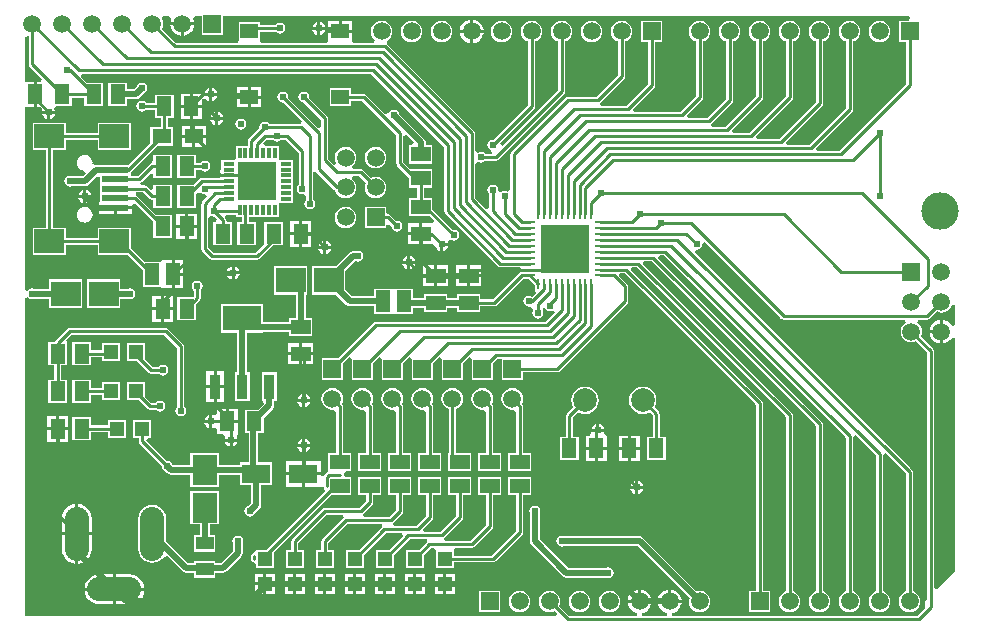
<source format=gtl>
G04 Layer_Physical_Order=1*
G04 Layer_Color=255*
%FSLAX25Y25*%
%MOIN*%
G70*
G01*
G75*
%ADD10R,0.03740X0.08465*%
%ADD11R,0.12795X0.08465*%
%ADD12R,0.06500X0.05000*%
%ADD13R,0.05000X0.06500*%
%ADD14R,0.04724X0.04724*%
%ADD15R,0.04724X0.04724*%
%ADD16R,0.05906X0.04724*%
%ADD17R,0.05906X0.04331*%
%ADD18R,0.09449X0.06457*%
%ADD19R,0.09843X0.07874*%
%ADD20R,0.09055X0.01969*%
%ADD21R,0.04921X0.07284*%
%ADD22R,0.09843X0.08465*%
%ADD23R,0.08465X0.09843*%
%ADD24R,0.03740X0.01378*%
%ADD25R,0.01378X0.03740*%
%ADD26R,0.12598X0.12598*%
%ADD27R,0.16339X0.16339*%
%ADD28R,0.03347X0.01102*%
%ADD29R,0.01102X0.03347*%
%ADD30R,0.06299X0.04921*%
%ADD31C,0.02000*%
%ADD32C,0.01000*%
%ADD33C,0.05906*%
%ADD34R,0.05906X0.05906*%
%ADD35O,0.08000X0.18000*%
%ADD36O,0.18000X0.08000*%
%ADD37C,0.12500*%
%ADD38C,0.07874*%
%ADD39R,0.05906X0.05906*%
%ADD40C,0.02400*%
%ADD41C,0.01969*%
G36*
X300089Y204553D02*
X299601Y203553D01*
X296447D01*
Y196447D01*
X298879D01*
Y182465D01*
X276535Y160122D01*
X269122D01*
X268708Y161122D01*
X280793Y173207D01*
X280793Y173207D01*
X281036Y173571D01*
X281122Y174000D01*
X281121Y174000D01*
Y196619D01*
X281792Y196897D01*
X282534Y197466D01*
X283103Y198208D01*
X283461Y199073D01*
X283583Y200000D01*
X283461Y200927D01*
X283103Y201792D01*
X282534Y202534D01*
X281792Y203103D01*
X280927Y203461D01*
X280000Y203583D01*
X279073Y203461D01*
X278208Y203103D01*
X277466Y202534D01*
X276897Y201792D01*
X276539Y200927D01*
X276417Y200000D01*
X276539Y199073D01*
X276897Y198208D01*
X277466Y197466D01*
X278208Y196897D01*
X278878Y196619D01*
Y174465D01*
X266535Y162122D01*
X259122D01*
X258708Y163122D01*
X270793Y175207D01*
X270793Y175207D01*
X271036Y175571D01*
X271122Y176000D01*
X271122Y176000D01*
Y196619D01*
X271792Y196897D01*
X272534Y197466D01*
X273103Y198208D01*
X273461Y199073D01*
X273583Y200000D01*
X273461Y200927D01*
X273103Y201792D01*
X272534Y202534D01*
X271792Y203103D01*
X270927Y203461D01*
X270000Y203583D01*
X269073Y203461D01*
X268208Y203103D01*
X267466Y202534D01*
X266897Y201792D01*
X266539Y200927D01*
X266417Y200000D01*
X266539Y199073D01*
X266897Y198208D01*
X267466Y197466D01*
X268208Y196897D01*
X268879Y196619D01*
Y176465D01*
X256535Y164122D01*
X249122D01*
X248708Y165122D01*
X260793Y177207D01*
X260793Y177207D01*
X261036Y177571D01*
X261122Y178000D01*
X261122Y178000D01*
Y196619D01*
X261792Y196897D01*
X262534Y197466D01*
X263103Y198208D01*
X263461Y199073D01*
X263583Y200000D01*
X263461Y200927D01*
X263103Y201792D01*
X262534Y202534D01*
X261792Y203103D01*
X260927Y203461D01*
X260000Y203583D01*
X259073Y203461D01*
X258208Y203103D01*
X257466Y202534D01*
X256897Y201792D01*
X256539Y200927D01*
X256417Y200000D01*
X256539Y199073D01*
X256897Y198208D01*
X257466Y197466D01*
X258208Y196897D01*
X258878Y196619D01*
Y178465D01*
X246535Y166122D01*
X241122D01*
X240708Y167122D01*
X250793Y177207D01*
X251036Y177571D01*
X251122Y178000D01*
X251121Y178000D01*
Y196619D01*
X251792Y196897D01*
X252534Y197466D01*
X253103Y198208D01*
X253461Y199073D01*
X253583Y200000D01*
X253461Y200927D01*
X253103Y201792D01*
X252534Y202534D01*
X251792Y203103D01*
X250927Y203461D01*
X250000Y203583D01*
X249073Y203461D01*
X248208Y203103D01*
X247466Y202534D01*
X246897Y201792D01*
X246539Y200927D01*
X246417Y200000D01*
X246539Y199073D01*
X246897Y198208D01*
X247466Y197466D01*
X248208Y196897D01*
X248879Y196619D01*
Y178465D01*
X238535Y168122D01*
X233930D01*
X233665Y169122D01*
X233793Y169207D01*
X240793Y176207D01*
X240793Y176207D01*
X241036Y176571D01*
X241122Y177000D01*
Y196619D01*
X241792Y196897D01*
X242534Y197466D01*
X243103Y198208D01*
X243461Y199073D01*
X243583Y200000D01*
X243461Y200927D01*
X243103Y201792D01*
X242534Y202534D01*
X241792Y203103D01*
X240927Y203461D01*
X240000Y203583D01*
X239073Y203461D01*
X238208Y203103D01*
X237466Y202534D01*
X236897Y201792D01*
X236539Y200927D01*
X236417Y200000D01*
X236539Y199073D01*
X236897Y198208D01*
X237466Y197466D01*
X238208Y196897D01*
X238878Y196619D01*
Y177465D01*
X232535Y171122D01*
X226122D01*
X225708Y172122D01*
X230793Y177207D01*
X230793Y177207D01*
X231036Y177571D01*
X231122Y178000D01*
X231121Y178000D01*
Y196619D01*
X231792Y196897D01*
X232534Y197466D01*
X233103Y198208D01*
X233461Y199073D01*
X233583Y200000D01*
X233461Y200927D01*
X233103Y201792D01*
X232534Y202534D01*
X231792Y203103D01*
X230927Y203461D01*
X230000Y203583D01*
X229073Y203461D01*
X228208Y203103D01*
X227466Y202534D01*
X226897Y201792D01*
X226539Y200927D01*
X226417Y200000D01*
X226539Y199073D01*
X226897Y198208D01*
X227466Y197466D01*
X228208Y196897D01*
X228878Y196619D01*
Y178465D01*
X223535Y173122D01*
X208122D01*
X207708Y174122D01*
X214793Y181207D01*
X214793Y181207D01*
X215036Y181571D01*
X215122Y182000D01*
X215122Y182000D01*
Y196447D01*
X217553D01*
Y203553D01*
X210447D01*
Y196447D01*
X212878D01*
Y182465D01*
X205535Y175122D01*
X196931D01*
X196665Y176122D01*
X196793Y176207D01*
X204793Y184207D01*
X204793Y184207D01*
X205036Y184571D01*
X205122Y185000D01*
X205121Y185000D01*
Y196619D01*
X205792Y196897D01*
X206534Y197466D01*
X207103Y198208D01*
X207461Y199073D01*
X207583Y200000D01*
X207461Y200927D01*
X207103Y201792D01*
X206534Y202534D01*
X205792Y203103D01*
X204927Y203461D01*
X204000Y203583D01*
X203073Y203461D01*
X202208Y203103D01*
X201466Y202534D01*
X200897Y201792D01*
X200539Y200927D01*
X200417Y200000D01*
X200539Y199073D01*
X200897Y198208D01*
X201466Y197466D01*
X202208Y196897D01*
X202878Y196619D01*
Y185465D01*
X195535Y178122D01*
X186000D01*
X185571Y178036D01*
X185207Y177793D01*
X185207Y177793D01*
X167207Y159793D01*
X166964Y159429D01*
X166878Y159000D01*
X166878Y159000D01*
Y147092D01*
X165878Y146578D01*
X165702Y146696D01*
X165000Y146835D01*
X164298Y146696D01*
X163717Y146308D01*
X163646Y146323D01*
X162779Y146715D01*
X162835Y147000D01*
X162696Y147702D01*
X162298Y148298D01*
X161702Y148696D01*
X161000Y148835D01*
X160298Y148696D01*
X159702Y148298D01*
X159304Y147702D01*
X159165Y147000D01*
X159304Y146298D01*
X159702Y145702D01*
X159878Y145585D01*
Y141122D01*
X158878Y140708D01*
X155122Y144465D01*
Y155908D01*
X156122Y156422D01*
X156298Y156304D01*
X157000Y156165D01*
X157702Y156304D01*
X158298Y156702D01*
X158415Y156878D01*
X162000D01*
X162000Y156878D01*
X162429Y156964D01*
X162793Y157207D01*
X184793Y179207D01*
X184793Y179207D01*
X185036Y179571D01*
X185122Y180000D01*
X185122Y180000D01*
Y196619D01*
X185792Y196897D01*
X186534Y197466D01*
X187103Y198208D01*
X187461Y199073D01*
X187583Y200000D01*
X187461Y200927D01*
X187103Y201792D01*
X186534Y202534D01*
X185792Y203103D01*
X184927Y203461D01*
X184000Y203583D01*
X183073Y203461D01*
X182208Y203103D01*
X181466Y202534D01*
X180897Y201792D01*
X180539Y200927D01*
X180417Y200000D01*
X180539Y199073D01*
X180897Y198208D01*
X181466Y197466D01*
X182208Y196897D01*
X182878Y196619D01*
Y180465D01*
X164361Y161947D01*
X163309Y162309D01*
X163263Y162677D01*
X174793Y174207D01*
X174793Y174207D01*
X175036Y174571D01*
X175122Y175000D01*
X175122Y175000D01*
Y196619D01*
X175792Y196897D01*
X176534Y197466D01*
X177103Y198208D01*
X177461Y199073D01*
X177583Y200000D01*
X177461Y200927D01*
X177103Y201792D01*
X176534Y202534D01*
X175792Y203103D01*
X174927Y203461D01*
X174000Y203583D01*
X173073Y203461D01*
X172208Y203103D01*
X171466Y202534D01*
X170897Y201792D01*
X170539Y200927D01*
X170417Y200000D01*
X170539Y199073D01*
X170897Y198208D01*
X171466Y197466D01*
X172208Y196897D01*
X172878Y196619D01*
Y175465D01*
X161208Y163794D01*
X161000Y163835D01*
X160298Y163696D01*
X159702Y163298D01*
X159304Y162702D01*
X159165Y162000D01*
X159304Y161298D01*
X159702Y160702D01*
X160298Y160304D01*
X160701Y159205D01*
X160651Y159122D01*
X158415D01*
X158298Y159298D01*
X157702Y159696D01*
X157000Y159835D01*
X156298Y159696D01*
X156122Y159578D01*
X155122Y160092D01*
Y166000D01*
X155036Y166429D01*
X154793Y166793D01*
X154793Y166793D01*
X125793Y195793D01*
X125773Y195807D01*
X125792Y196897D01*
X126534Y197466D01*
X127103Y198208D01*
X127461Y199073D01*
X127583Y200000D01*
X127461Y200927D01*
X127103Y201792D01*
X126534Y202534D01*
X125792Y203103D01*
X124927Y203461D01*
X124000Y203583D01*
X123073Y203461D01*
X122208Y203103D01*
X121466Y202534D01*
X120897Y201792D01*
X120539Y200927D01*
X120417Y200000D01*
X120539Y199073D01*
X120897Y198208D01*
X121466Y197466D01*
X121915Y197122D01*
X121576Y196122D01*
X114896D01*
X114110Y196638D01*
X114110Y197122D01*
Y199500D01*
X106205D01*
Y197122D01*
X106205Y196638D01*
X105419Y196122D01*
X83597D01*
X83395Y197038D01*
X83395Y197122D01*
Y199878D01*
X88585D01*
X88702Y199702D01*
X89298Y199304D01*
X90000Y199165D01*
X90702Y199304D01*
X91298Y199702D01*
X91696Y200298D01*
X91835Y201000D01*
X91696Y201702D01*
X91298Y202298D01*
X90702Y202696D01*
X90000Y202835D01*
X89298Y202696D01*
X88702Y202298D01*
X88585Y202122D01*
X83395D01*
Y202962D01*
X76290D01*
Y197122D01*
X76290Y197038D01*
X76088Y196122D01*
X55465D01*
X50684Y200902D01*
X50961Y201573D01*
X51083Y202500D01*
X50961Y203427D01*
X50724Y204000D01*
X51202Y205000D01*
X53247D01*
X53843Y204000D01*
X53649Y203532D01*
X53579Y203000D01*
X57500D01*
X61421D01*
X61351Y203532D01*
X61157Y204000D01*
X61753Y205000D01*
X63947D01*
Y198947D01*
X71053D01*
Y205000D01*
X299740D01*
X300089Y204553D01*
D02*
G37*
G36*
X6379Y198348D02*
Y189000D01*
X6378Y189000D01*
X6464Y188571D01*
X6707Y188207D01*
X10740Y184174D01*
X10357Y183250D01*
X9000D01*
Y179000D01*
Y174750D01*
X10321D01*
X10857Y173962D01*
X10906Y173750D01*
X10856Y173500D01*
X15144D01*
X15072Y173858D01*
X14877Y174150D01*
X15405Y175150D01*
X20600D01*
Y177878D01*
X24900D01*
Y175150D01*
X31100D01*
Y182850D01*
X25736D01*
X23708Y184878D01*
X24122Y185878D01*
X120535D01*
X144878Y161535D01*
Y140000D01*
X144878Y140000D01*
X144964Y139571D01*
X145207Y139207D01*
X162628Y121786D01*
X162628Y121786D01*
X162992Y121543D01*
X163421Y121457D01*
X170050D01*
X170518Y120730D01*
X170212Y119678D01*
X169849Y119435D01*
X169849Y119435D01*
X161035Y110622D01*
X156850D01*
Y112600D01*
X149150D01*
Y111131D01*
X145850D01*
Y112600D01*
X138150D01*
Y111131D01*
X134505D01*
Y114242D01*
X128616D01*
X128384Y114242D01*
X127616D01*
X127384Y114242D01*
X121494D01*
Y111631D01*
X113975D01*
X111820Y113786D01*
Y120214D01*
X114975Y123369D01*
X115202D01*
X115298Y123304D01*
X116000Y123165D01*
X116702Y123304D01*
X117298Y123702D01*
X117696Y124298D01*
X117835Y125000D01*
X117696Y125702D01*
X117298Y126298D01*
X116702Y126696D01*
X116000Y126835D01*
X115298Y126696D01*
X115202Y126631D01*
X114299D01*
X113675Y126507D01*
X113146Y126154D01*
X108824Y121832D01*
X100778D01*
Y112168D01*
X108824D01*
X112146Y108846D01*
X112675Y108493D01*
X113299Y108369D01*
X121494D01*
Y105758D01*
X127384D01*
X127616Y105758D01*
X128384D01*
X128616Y105758D01*
X134505D01*
Y107869D01*
X138150D01*
Y106400D01*
X145850D01*
Y107869D01*
X149150D01*
Y106400D01*
X156850D01*
Y108378D01*
X161500D01*
X161500Y108378D01*
X161929Y108464D01*
X162293Y108707D01*
X170395Y116809D01*
X171113Y117491D01*
X172951D01*
X174991Y115451D01*
Y113613D01*
X174990D01*
X175304Y112855D01*
X173968Y111518D01*
X173702Y111696D01*
X173000Y111835D01*
X172298Y111696D01*
X171702Y111298D01*
X171304Y110702D01*
X171165Y110000D01*
X171304Y109298D01*
X171702Y108702D01*
X172298Y108304D01*
X173000Y108165D01*
X173494Y108263D01*
X174209Y107810D01*
X174434Y107590D01*
X174511Y107012D01*
X174304Y106702D01*
X174165Y106000D01*
X174304Y105298D01*
X174702Y104702D01*
X175298Y104304D01*
X176000Y104165D01*
X176702Y104304D01*
X177298Y104702D01*
X177696Y105298D01*
X177835Y106000D01*
X177696Y106702D01*
X177640Y106786D01*
X177769Y107768D01*
X178304Y107798D01*
X178702Y107202D01*
X179298Y106804D01*
X180000Y106665D01*
X180702Y106804D01*
X181009Y107009D01*
X181647Y106233D01*
X178535Y103122D01*
X122000D01*
X122000Y103122D01*
X121571Y103036D01*
X121207Y102793D01*
X121207Y102793D01*
X109467Y91053D01*
X103947D01*
Y83947D01*
X111053D01*
Y89467D01*
X113165Y91579D01*
X113947Y90947D01*
Y83947D01*
X121053D01*
Y89467D01*
X123165Y91579D01*
X123947Y90947D01*
Y83947D01*
X131053D01*
Y89467D01*
X133165Y91579D01*
X133947Y90947D01*
Y83947D01*
X141053D01*
Y89467D01*
X143165Y91579D01*
X143947Y90947D01*
Y83947D01*
X151053D01*
Y89467D01*
X153165Y91579D01*
X153947Y90947D01*
Y83947D01*
X161053D01*
Y89467D01*
X162465Y90878D01*
X163947D01*
Y83947D01*
X171053D01*
Y86378D01*
X182500D01*
X182500Y86378D01*
X182929Y86464D01*
X183293Y86707D01*
X205793Y109207D01*
X205793Y109207D01*
X206036Y109571D01*
X206122Y110000D01*
X206121Y110000D01*
Y115000D01*
X206036Y115429D01*
X205793Y115793D01*
X205793Y115793D01*
X203097Y118489D01*
X203512Y119489D01*
X204925D01*
X248879Y75535D01*
Y13553D01*
X246447D01*
Y6447D01*
X253553D01*
Y13553D01*
X251121D01*
Y76000D01*
X251122Y76000D01*
X251036Y76429D01*
X250793Y76793D01*
X250793Y76793D01*
X207129Y120457D01*
X207543Y121457D01*
X208957D01*
X258878Y71535D01*
Y13381D01*
X258208Y13103D01*
X257466Y12534D01*
X256897Y11792D01*
X256539Y10927D01*
X256417Y10000D01*
X256539Y9072D01*
X256897Y8208D01*
X257466Y7466D01*
X258208Y6897D01*
X259073Y6539D01*
X260000Y6417D01*
X260927Y6539D01*
X261792Y6897D01*
X262534Y7466D01*
X263103Y8208D01*
X263461Y9072D01*
X263583Y10000D01*
X263461Y10927D01*
X263103Y11792D01*
X262534Y12534D01*
X261792Y13103D01*
X261122Y13381D01*
Y72000D01*
X261122Y72000D01*
X261036Y72429D01*
X260793Y72793D01*
X211160Y122426D01*
X211575Y123426D01*
X213988D01*
X268879Y68535D01*
Y13381D01*
X268208Y13103D01*
X267466Y12534D01*
X266897Y11792D01*
X266539Y10927D01*
X266417Y10000D01*
X266539Y9072D01*
X266897Y8208D01*
X267466Y7466D01*
X268208Y6897D01*
X269073Y6539D01*
X270000Y6417D01*
X270927Y6539D01*
X271792Y6897D01*
X272534Y7466D01*
X273103Y8208D01*
X273461Y9072D01*
X273583Y10000D01*
X273461Y10927D01*
X273103Y11792D01*
X272534Y12534D01*
X271792Y13103D01*
X271122Y13381D01*
Y69000D01*
X271036Y69429D01*
X270793Y69793D01*
X270793Y69793D01*
X216192Y124394D01*
X216606Y125394D01*
X218020D01*
X278878Y64535D01*
Y13381D01*
X278208Y13103D01*
X277466Y12534D01*
X276897Y11792D01*
X276539Y10927D01*
X276417Y10000D01*
X276539Y9072D01*
X276897Y8208D01*
X277466Y7466D01*
X278208Y6897D01*
X279073Y6539D01*
X280000Y6417D01*
X280927Y6539D01*
X281792Y6897D01*
X282534Y7466D01*
X283103Y8208D01*
X283461Y9072D01*
X283583Y10000D01*
X283461Y10927D01*
X283103Y11792D01*
X282534Y12534D01*
X281792Y13103D01*
X281121Y13381D01*
Y64878D01*
X281408Y65102D01*
X282073Y65341D01*
X288878Y58535D01*
Y13381D01*
X288208Y13103D01*
X287466Y12534D01*
X286897Y11792D01*
X286539Y10927D01*
X286417Y10000D01*
X286539Y9072D01*
X286897Y8208D01*
X287466Y7466D01*
X288208Y6897D01*
X289073Y6539D01*
X290000Y6417D01*
X290927Y6539D01*
X291792Y6897D01*
X292534Y7466D01*
X293103Y8208D01*
X293461Y9072D01*
X293583Y10000D01*
X293461Y10927D01*
X293103Y11792D01*
X292534Y12534D01*
X291792Y13103D01*
X291122Y13381D01*
Y58878D01*
X291408Y59102D01*
X292073Y59341D01*
X298879Y52535D01*
Y13381D01*
X298208Y13103D01*
X297466Y12534D01*
X296897Y11792D01*
X296539Y10927D01*
X296417Y10000D01*
X296539Y9072D01*
X296897Y8208D01*
X297466Y7466D01*
X298208Y6897D01*
X299073Y6539D01*
X300000Y6417D01*
X300927Y6539D01*
X301792Y6897D01*
X302534Y7466D01*
X303103Y8208D01*
X303461Y9072D01*
X303583Y10000D01*
X303461Y10927D01*
X303103Y11792D01*
X302534Y12534D01*
X301792Y13103D01*
X301121Y13381D01*
Y53000D01*
X301036Y53429D01*
X300793Y53793D01*
X300793Y53793D01*
X228302Y126284D01*
X228795Y127206D01*
X229000Y127165D01*
X229702Y127304D01*
X230298Y127702D01*
X230696Y128298D01*
X230835Y129000D01*
X230794Y129205D01*
X231716Y129698D01*
X257207Y104207D01*
X257571Y103964D01*
X258000Y103878D01*
X258000Y103878D01*
X298327D01*
X298499Y103532D01*
X298595Y102878D01*
X298018Y102436D01*
X297449Y101694D01*
X297091Y100830D01*
X296969Y99902D01*
X297091Y98975D01*
X297449Y98111D01*
X298018Y97368D01*
X298761Y96799D01*
X299625Y96441D01*
X300552Y96319D01*
X301480Y96441D01*
X302150Y96719D01*
X305878Y92990D01*
Y10878D01*
X305000Y10000D01*
Y7586D01*
X302535Y5122D01*
X220889D01*
X220824Y6121D01*
X221032Y6149D01*
X221993Y6547D01*
X222819Y7181D01*
X223453Y8007D01*
X223851Y8968D01*
X223921Y9500D01*
X216079D01*
X216149Y8968D01*
X216547Y8007D01*
X217181Y7181D01*
X218007Y6547D01*
X218968Y6149D01*
X219177Y6121D01*
X219111Y5122D01*
X210889D01*
X210823Y6121D01*
X211032Y6149D01*
X211993Y6547D01*
X212819Y7181D01*
X213453Y8007D01*
X213851Y8968D01*
X213921Y9500D01*
X206079D01*
X206149Y8968D01*
X206547Y8007D01*
X207181Y7181D01*
X208007Y6547D01*
X208968Y6149D01*
X209176Y6121D01*
X209111Y5122D01*
X186465D01*
X183184Y8402D01*
X183461Y9072D01*
X183583Y10000D01*
X183461Y10927D01*
X183103Y11792D01*
X182534Y12534D01*
X181792Y13103D01*
X180927Y13461D01*
X180000Y13583D01*
X179073Y13461D01*
X178208Y13103D01*
X177466Y12534D01*
X176897Y11792D01*
X176539Y10927D01*
X176417Y10000D01*
X176539Y9072D01*
X176897Y8208D01*
X177466Y7466D01*
X178208Y6897D01*
X179073Y6539D01*
X180000Y6417D01*
X180927Y6539D01*
X181598Y6816D01*
X182490Y5924D01*
X182107Y5000D01*
X5000D01*
Y111202D01*
X6000Y111505D01*
X6202Y111202D01*
X6798Y110804D01*
X7500Y110665D01*
X8202Y110804D01*
X8298Y110869D01*
X13180D01*
Y107668D01*
X24222D01*
Y117332D01*
X13180D01*
Y114131D01*
X8298D01*
X8202Y114196D01*
X7500Y114335D01*
X6798Y114196D01*
X6202Y113798D01*
X6000Y113495D01*
X5000Y113798D01*
Y174750D01*
X8000D01*
Y179000D01*
Y183250D01*
X5000D01*
Y198036D01*
X6000Y198587D01*
X6379Y198348D01*
D02*
G37*
G36*
X315000Y108738D02*
Y102106D01*
X314005Y101896D01*
X313371Y102721D01*
X312546Y103355D01*
X311584Y103753D01*
X311052Y103823D01*
Y99902D01*
Y95981D01*
X311584Y96051D01*
X312546Y96450D01*
X313371Y97083D01*
X314005Y97909D01*
X315000Y97698D01*
Y20000D01*
X309045Y14045D01*
X308121Y14428D01*
Y93454D01*
X308036Y93884D01*
X307793Y94248D01*
X307793Y94248D01*
X303736Y98305D01*
X304013Y98975D01*
X304136Y99902D01*
X304013Y100830D01*
X303656Y101694D01*
X303086Y102436D01*
X302510Y102878D01*
X302605Y103532D01*
X302778Y103878D01*
X305748D01*
X305748Y103878D01*
X306177Y103964D01*
X306541Y104207D01*
X308954Y106619D01*
X309624Y106342D01*
X310551Y106220D01*
X311479Y106342D01*
X312343Y106700D01*
X313085Y107269D01*
X313654Y108011D01*
X314013Y108876D01*
X315000Y108738D01*
D02*
G37*
%LPC*%
G36*
X102500Y203144D02*
X102142Y203072D01*
X101414Y202586D01*
X100928Y201858D01*
X100856Y201500D01*
X102500D01*
Y203144D01*
D02*
G37*
G36*
X109658Y203362D02*
X106205D01*
Y201291D01*
X105205Y201193D01*
X105072Y201858D01*
X104586Y202586D01*
X103858Y203072D01*
X103500Y203144D01*
Y201000D01*
Y198856D01*
X103858Y198928D01*
X104586Y199414D01*
X105072Y200142D01*
X105205Y200807D01*
X106205Y200709D01*
Y200500D01*
X109658D01*
Y203362D01*
D02*
G37*
G36*
X154500Y203921D02*
Y200500D01*
X157921D01*
X157851Y201032D01*
X157453Y201993D01*
X156819Y202819D01*
X155993Y203453D01*
X155032Y203851D01*
X154500Y203921D01*
D02*
G37*
G36*
X114110Y203362D02*
X110658D01*
Y200500D01*
X114110D01*
Y203362D01*
D02*
G37*
G36*
X153500Y203921D02*
X152968Y203851D01*
X152007Y203453D01*
X151181Y202819D01*
X150547Y201993D01*
X150149Y201032D01*
X150079Y200500D01*
X153500D01*
Y203921D01*
D02*
G37*
G36*
X102500Y200500D02*
X100856D01*
X100928Y200142D01*
X101414Y199414D01*
X102142Y198928D01*
X102500Y198856D01*
Y200500D01*
D02*
G37*
G36*
X61421Y202000D02*
X58000D01*
Y198579D01*
X58532Y198649D01*
X59493Y199047D01*
X60319Y199681D01*
X60953Y200507D01*
X61351Y201468D01*
X61421Y202000D01*
D02*
G37*
G36*
X57000D02*
X53579D01*
X53649Y201468D01*
X54047Y200507D01*
X54681Y199681D01*
X55507Y199047D01*
X56468Y198649D01*
X57000Y198579D01*
Y202000D01*
D02*
G37*
G36*
X290000Y203583D02*
X289073Y203461D01*
X288208Y203103D01*
X287466Y202534D01*
X286897Y201792D01*
X286539Y200927D01*
X286417Y200000D01*
X286539Y199073D01*
X286897Y198208D01*
X287466Y197466D01*
X288208Y196897D01*
X289073Y196539D01*
X290000Y196417D01*
X290927Y196539D01*
X291792Y196897D01*
X292534Y197466D01*
X293103Y198208D01*
X293461Y199073D01*
X293583Y200000D01*
X293461Y200927D01*
X293103Y201792D01*
X292534Y202534D01*
X291792Y203103D01*
X290927Y203461D01*
X290000Y203583D01*
D02*
G37*
G36*
X194000D02*
X193073Y203461D01*
X192208Y203103D01*
X191466Y202534D01*
X190897Y201792D01*
X190539Y200927D01*
X190417Y200000D01*
X190539Y199073D01*
X190897Y198208D01*
X191466Y197466D01*
X192208Y196897D01*
X193073Y196539D01*
X194000Y196417D01*
X194927Y196539D01*
X195792Y196897D01*
X196534Y197466D01*
X197103Y198208D01*
X197461Y199073D01*
X197583Y200000D01*
X197461Y200927D01*
X197103Y201792D01*
X196534Y202534D01*
X195792Y203103D01*
X194927Y203461D01*
X194000Y203583D01*
D02*
G37*
G36*
X164000D02*
X163073Y203461D01*
X162208Y203103D01*
X161466Y202534D01*
X160897Y201792D01*
X160539Y200927D01*
X160417Y200000D01*
X160539Y199073D01*
X160897Y198208D01*
X161466Y197466D01*
X162208Y196897D01*
X163073Y196539D01*
X164000Y196417D01*
X164927Y196539D01*
X165792Y196897D01*
X166534Y197466D01*
X167103Y198208D01*
X167461Y199073D01*
X167583Y200000D01*
X167461Y200927D01*
X167103Y201792D01*
X166534Y202534D01*
X165792Y203103D01*
X164927Y203461D01*
X164000Y203583D01*
D02*
G37*
G36*
X144000D02*
X143073Y203461D01*
X142208Y203103D01*
X141466Y202534D01*
X140897Y201792D01*
X140539Y200927D01*
X140417Y200000D01*
X140539Y199073D01*
X140897Y198208D01*
X141466Y197466D01*
X142208Y196897D01*
X143073Y196539D01*
X144000Y196417D01*
X144927Y196539D01*
X145792Y196897D01*
X146534Y197466D01*
X147103Y198208D01*
X147461Y199073D01*
X147583Y200000D01*
X147461Y200927D01*
X147103Y201792D01*
X146534Y202534D01*
X145792Y203103D01*
X144927Y203461D01*
X144000Y203583D01*
D02*
G37*
G36*
X134000D02*
X133073Y203461D01*
X132208Y203103D01*
X131466Y202534D01*
X130897Y201792D01*
X130539Y200927D01*
X130417Y200000D01*
X130539Y199073D01*
X130897Y198208D01*
X131466Y197466D01*
X132208Y196897D01*
X133073Y196539D01*
X134000Y196417D01*
X134927Y196539D01*
X135792Y196897D01*
X136534Y197466D01*
X137103Y198208D01*
X137461Y199073D01*
X137583Y200000D01*
X137461Y200927D01*
X137103Y201792D01*
X136534Y202534D01*
X135792Y203103D01*
X134927Y203461D01*
X134000Y203583D01*
D02*
G37*
G36*
X157921Y199500D02*
X154500D01*
Y196079D01*
X155032Y196149D01*
X155993Y196547D01*
X156819Y197181D01*
X157453Y198007D01*
X157851Y198968D01*
X157921Y199500D01*
D02*
G37*
G36*
X153500D02*
X150079D01*
X150149Y198968D01*
X150547Y198007D01*
X151181Y197181D01*
X152007Y196547D01*
X152968Y196149D01*
X153500Y196079D01*
Y199500D01*
D02*
G37*
G36*
X67500Y181144D02*
Y179500D01*
X69144D01*
X69072Y179858D01*
X68586Y180586D01*
X67858Y181072D01*
X67500Y181144D01*
D02*
G37*
G36*
X83795Y181362D02*
X80343D01*
Y178500D01*
X83795D01*
Y181362D01*
D02*
G37*
G36*
X79343D02*
X75890D01*
Y178500D01*
X79343D01*
Y181362D01*
D02*
G37*
G36*
X69144Y178500D02*
X67500D01*
Y176856D01*
X67858Y176928D01*
X68586Y177414D01*
X69072Y178142D01*
X69144Y178500D01*
D02*
G37*
G36*
X66500Y181144D02*
X66142Y181072D01*
X65414Y180586D01*
X64928Y179858D01*
X64869Y179565D01*
X64000Y179250D01*
X63787Y179250D01*
X61000D01*
Y175500D01*
X64000D01*
Y177310D01*
X64184Y177454D01*
X65414Y177414D01*
X66142Y176928D01*
X66500Y176856D01*
Y179000D01*
Y181144D01*
D02*
G37*
G36*
X54600Y178850D02*
X48400D01*
Y176122D01*
X45415D01*
X45298Y176298D01*
X44702Y176696D01*
X44000Y176835D01*
X43298Y176696D01*
X42702Y176298D01*
X42304Y175702D01*
X42165Y175000D01*
X42304Y174298D01*
X42702Y173702D01*
X43298Y173304D01*
X44000Y173165D01*
X44702Y173304D01*
X45298Y173702D01*
X45415Y173878D01*
X48400D01*
Y171150D01*
X50378D01*
Y168061D01*
X46837D01*
Y162837D01*
X39384Y155384D01*
X35473D01*
X35236Y155431D01*
X28799D01*
X28495Y155370D01*
X27748Y155891D01*
X27584Y156115D01*
X27591Y156161D01*
X27502Y156832D01*
X27244Y157457D01*
X26832Y157993D01*
X26295Y158405D01*
X25670Y158664D01*
X25000Y158752D01*
X24329Y158664D01*
X23705Y158405D01*
X23168Y157993D01*
X22756Y157457D01*
X22498Y156832D01*
X22409Y156161D01*
X22498Y155491D01*
X22756Y154866D01*
X23168Y154330D01*
X23705Y153918D01*
X24329Y153659D01*
X24867Y153588D01*
X25109Y153211D01*
X25294Y152601D01*
X24324Y151631D01*
X20798D01*
X20702Y151696D01*
X20000Y151835D01*
X19298Y151696D01*
X18702Y151298D01*
X18304Y150702D01*
X18165Y150000D01*
X18304Y149298D01*
X18702Y148702D01*
X19298Y148304D01*
X20000Y148165D01*
X20702Y148304D01*
X20798Y148369D01*
X25000D01*
X25624Y148493D01*
X26153Y148846D01*
X29109Y151802D01*
X30109Y151387D01*
Y149065D01*
Y145916D01*
Y143185D01*
X29709D01*
Y141701D01*
X35236D01*
X40764D01*
Y142236D01*
X41764Y142650D01*
X47900Y136514D01*
Y131150D01*
X54100D01*
Y138850D01*
X48736D01*
X42443Y145143D01*
X42079Y145387D01*
X42218Y146378D01*
X44535D01*
X46707Y144207D01*
X46707Y144207D01*
X47071Y143964D01*
X47500Y143878D01*
X47900D01*
Y141150D01*
X54100D01*
Y148850D01*
X47900D01*
Y147493D01*
X46976Y147110D01*
X45793Y148293D01*
X45429Y148536D01*
X45000Y148622D01*
X45000Y148622D01*
X43718D01*
X43579Y149613D01*
X43943Y149856D01*
X46976Y152890D01*
X47900Y152507D01*
Y151150D01*
X54100D01*
Y158850D01*
X47900D01*
Y156965D01*
X47500Y156122D01*
X47071Y156036D01*
X46707Y155793D01*
X42685Y151771D01*
X40364D01*
Y153191D01*
X49112Y161939D01*
X54336D01*
Y168061D01*
X52622D01*
Y171150D01*
X54600D01*
Y178850D01*
D02*
G37*
G36*
X60000Y179250D02*
X57000D01*
Y175500D01*
X60000D01*
Y179250D01*
D02*
G37*
G36*
X39100Y182850D02*
X32900D01*
Y175150D01*
X39100D01*
Y177369D01*
X42000D01*
X42624Y177493D01*
X43154Y177847D01*
X44589Y179282D01*
X44702Y179304D01*
X45298Y179702D01*
X45696Y180298D01*
X45835Y181000D01*
X45696Y181702D01*
X45298Y182298D01*
X44702Y182696D01*
X44000Y182835D01*
X43298Y182696D01*
X42702Y182298D01*
X42304Y181702D01*
X42282Y181589D01*
X41324Y180631D01*
X39100D01*
Y182850D01*
D02*
G37*
G36*
X83795Y177500D02*
X80343D01*
Y174638D01*
X83795D01*
Y177500D01*
D02*
G37*
G36*
X79343D02*
X75890D01*
Y174638D01*
X79343D01*
Y177500D01*
D02*
G37*
G36*
X69500Y173144D02*
Y171500D01*
X71144D01*
X71072Y171858D01*
X70586Y172586D01*
X69858Y173072D01*
X69500Y173144D01*
D02*
G37*
G36*
X68500D02*
X68142Y173072D01*
X67414Y172586D01*
X66928Y171858D01*
X66856Y171500D01*
X68500D01*
Y173144D01*
D02*
G37*
G36*
X15144Y172500D02*
X13500D01*
Y170856D01*
X13858Y170928D01*
X14586Y171414D01*
X15072Y172142D01*
X15144Y172500D01*
D02*
G37*
G36*
X12500D02*
X10856D01*
X10928Y172142D01*
X11414Y171414D01*
X12142Y170928D01*
X12500Y170856D01*
Y172500D01*
D02*
G37*
G36*
X64000Y174500D02*
X61000D01*
Y170750D01*
X64000D01*
Y174500D01*
D02*
G37*
G36*
X60000D02*
X57000D01*
Y170750D01*
X60000D01*
Y174500D01*
D02*
G37*
G36*
X71144Y170500D02*
X69500D01*
Y168856D01*
X69858Y168928D01*
X70586Y169414D01*
X71072Y170142D01*
X71144Y170500D01*
D02*
G37*
G36*
X68500D02*
X66856D01*
X66928Y170142D01*
X67414Y169414D01*
X68142Y168928D01*
X68500Y168856D01*
Y170500D01*
D02*
G37*
G36*
X98000Y179835D02*
X97298Y179696D01*
X96702Y179298D01*
X96304Y178702D01*
X96165Y178000D01*
X96304Y177298D01*
X96702Y176702D01*
X97298Y176304D01*
X98000Y176165D01*
X98208Y176206D01*
X103878Y170535D01*
Y168122D01*
X102878Y167708D01*
X92794Y177792D01*
X92835Y178000D01*
X92696Y178702D01*
X92298Y179298D01*
X91702Y179696D01*
X91000Y179835D01*
X90298Y179696D01*
X89702Y179298D01*
X89304Y178702D01*
X89165Y178000D01*
X89304Y177298D01*
X89702Y176702D01*
X90298Y176304D01*
X91000Y176165D01*
X91208Y176206D01*
X97340Y170073D01*
X97102Y169408D01*
X96878Y169122D01*
X86415D01*
X86298Y169298D01*
X85702Y169696D01*
X85000Y169835D01*
X84298Y169696D01*
X83702Y169298D01*
X83304Y168702D01*
X83165Y168000D01*
X83206Y167792D01*
X79738Y164324D01*
X79495Y163961D01*
X79410Y163531D01*
X79410Y163531D01*
Y161919D01*
X75305D01*
Y157299D01*
X75201D01*
Y157194D01*
X70581D01*
Y153657D01*
X70181D01*
Y152469D01*
X73051D01*
Y151469D01*
X70181D01*
Y151122D01*
X64000D01*
X64000Y151122D01*
X63571Y151036D01*
X63207Y150793D01*
X63207Y150793D01*
X61264Y148850D01*
X55900D01*
Y141150D01*
X62100D01*
Y145918D01*
X62604Y146281D01*
X63702Y146202D01*
X64298Y145804D01*
X65000Y145665D01*
X65205Y145706D01*
X65698Y144784D01*
X64207Y143293D01*
X63964Y142929D01*
X63878Y142500D01*
X63878Y142500D01*
Y127500D01*
X63878Y127500D01*
X63964Y127071D01*
X64207Y126707D01*
X66707Y124207D01*
X66707Y124207D01*
X67071Y123964D01*
X67500Y123878D01*
X82500D01*
X82500Y123878D01*
X82929Y123964D01*
X83293Y124207D01*
X87736Y128650D01*
X91100D01*
Y136350D01*
X84900D01*
Y128986D01*
X82035Y126122D01*
X67965D01*
X66122Y127965D01*
Y137908D01*
X67122Y138422D01*
X67298Y138304D01*
X68000Y138165D01*
X68208Y138206D01*
X69064Y137350D01*
X68650Y136350D01*
X67900D01*
Y128650D01*
X74100D01*
Y136350D01*
X72798D01*
X72122Y137000D01*
X72036Y137429D01*
X71793Y137793D01*
X71632Y137955D01*
X72014Y138878D01*
X75305D01*
Y138081D01*
X77441D01*
Y136350D01*
X75900D01*
Y128650D01*
X82100D01*
Y136350D01*
X79685D01*
Y138081D01*
X89694D01*
Y142701D01*
X89799D01*
Y142806D01*
X94419D01*
Y144774D01*
Y148711D01*
Y152648D01*
Y157194D01*
X89799D01*
Y157299D01*
X89694D01*
Y161919D01*
X84919D01*
X84505Y162919D01*
X85465Y163878D01*
X87585D01*
X87702Y163702D01*
X88298Y163304D01*
X89000Y163165D01*
X89702Y163304D01*
X90298Y163702D01*
X90415Y163878D01*
X92035D01*
X96378Y159535D01*
Y148915D01*
X96202Y148798D01*
X95804Y148202D01*
X95665Y147500D01*
X95804Y146798D01*
X96202Y146202D01*
X96798Y145804D01*
X97500Y145665D01*
X97878Y145740D01*
X98701Y145251D01*
X98878Y145054D01*
Y143915D01*
X98702Y143798D01*
X98304Y143202D01*
X98165Y142500D01*
X98304Y141798D01*
X98702Y141202D01*
X99298Y140804D01*
X100000Y140665D01*
X100702Y140804D01*
X101298Y141202D01*
X101696Y141798D01*
X101835Y142500D01*
X101696Y143202D01*
X101298Y143798D01*
X101122Y143915D01*
Y153069D01*
X102122Y153335D01*
X102207Y153207D01*
X108207Y147207D01*
X108207Y147207D01*
X108571Y146964D01*
X108585Y146961D01*
X108897Y146208D01*
X109466Y145466D01*
X110208Y144897D01*
X111073Y144539D01*
X112000Y144417D01*
X112927Y144539D01*
X113792Y144897D01*
X114534Y145466D01*
X115103Y146208D01*
X115461Y147073D01*
X115583Y148000D01*
X115461Y148927D01*
X115103Y149792D01*
X114534Y150534D01*
X114085Y150878D01*
X114424Y151878D01*
X116535D01*
X118816Y149598D01*
X118539Y148927D01*
X118417Y148000D01*
X118539Y147073D01*
X118897Y146208D01*
X119466Y145466D01*
X120208Y144897D01*
X121073Y144539D01*
X122000Y144417D01*
X122927Y144539D01*
X123792Y144897D01*
X124534Y145466D01*
X125103Y146208D01*
X125461Y147073D01*
X125583Y148000D01*
X125461Y148927D01*
X125103Y149792D01*
X124534Y150534D01*
X123792Y151103D01*
X122927Y151461D01*
X122000Y151583D01*
X121073Y151461D01*
X120402Y151184D01*
X117793Y153793D01*
X117429Y154036D01*
X117000Y154122D01*
X117000Y154122D01*
X114552D01*
X114213Y155122D01*
X114533Y155367D01*
X115102Y156109D01*
X115460Y156973D01*
X115582Y157901D01*
X115460Y158828D01*
X115102Y159693D01*
X114533Y160435D01*
X113791Y161004D01*
X112926Y161362D01*
X111999Y161484D01*
X111072Y161362D01*
X110207Y161004D01*
X109465Y160435D01*
X108896Y159693D01*
X108538Y158828D01*
X108416Y157901D01*
X108538Y156973D01*
X108896Y156109D01*
X108911Y156090D01*
X108157Y155429D01*
X106122Y157465D01*
Y171000D01*
X106036Y171429D01*
X105793Y171793D01*
X105793Y171793D01*
X99794Y177792D01*
X99835Y178000D01*
X99696Y178702D01*
X99298Y179298D01*
X98702Y179696D01*
X98000Y179835D01*
D02*
G37*
G36*
X77000Y170835D02*
X76298Y170696D01*
X75702Y170298D01*
X75304Y169702D01*
X75165Y169000D01*
X75304Y168298D01*
X75702Y167702D01*
X76298Y167304D01*
X77000Y167165D01*
X77702Y167304D01*
X78298Y167702D01*
X78696Y168298D01*
X78835Y169000D01*
X78696Y169702D01*
X78298Y170298D01*
X77702Y170696D01*
X77000Y170835D01*
D02*
G37*
G36*
X40364Y169557D02*
X29321D01*
Y166141D01*
X18710D01*
Y169557D01*
X7668D01*
Y160483D01*
X12067D01*
Y134517D01*
X7668D01*
Y125443D01*
X18710D01*
Y128859D01*
X29321D01*
Y125443D01*
X39526D01*
X44495Y120475D01*
Y114758D01*
X50150D01*
X50984Y114358D01*
X51450Y114358D01*
X53945D01*
Y119000D01*
Y123642D01*
X51450D01*
X50984Y123642D01*
X50150Y123242D01*
X49984D01*
X44899D01*
X40364Y127778D01*
Y134517D01*
X29321D01*
Y131102D01*
X18710D01*
Y134517D01*
X14311D01*
Y160483D01*
X18710D01*
Y163898D01*
X29321D01*
Y160483D01*
X40364D01*
Y169557D01*
D02*
G37*
G36*
X65563Y168461D02*
X61913D01*
Y165500D01*
X65563D01*
Y168461D01*
D02*
G37*
G36*
X60913D02*
X57264D01*
Y165500D01*
X60913D01*
Y168461D01*
D02*
G37*
G36*
X65563Y164500D02*
X61913D01*
Y161539D01*
X65563D01*
Y164500D01*
D02*
G37*
G36*
X60913D02*
X57264D01*
Y161539D01*
X60913D01*
Y164500D01*
D02*
G37*
G36*
X113710Y180962D02*
X106605D01*
Y175038D01*
X113710D01*
Y176878D01*
X117535D01*
X128878Y165535D01*
Y156000D01*
X128878Y156000D01*
X128964Y155571D01*
X129207Y155207D01*
X133150Y151264D01*
Y147900D01*
X135878D01*
Y144600D01*
X133150D01*
Y138400D01*
X140014D01*
X141405Y137009D01*
X141420Y136826D01*
X140759Y136000D01*
X140354Y136000D01*
X137500D01*
Y132500D01*
Y129000D01*
X140815D01*
X141250Y129000D01*
X141902Y128270D01*
X141928Y128142D01*
X142414Y127414D01*
X143142Y126928D01*
X143500Y126856D01*
Y129000D01*
X144000D01*
Y129500D01*
X146144D01*
X146094Y129751D01*
X146072Y129858D01*
X146050Y130016D01*
X146885Y130580D01*
X147298Y130304D01*
X148000Y130165D01*
X148702Y130304D01*
X149298Y130702D01*
X149696Y131298D01*
X149835Y132000D01*
X149696Y132702D01*
X149298Y133298D01*
X148702Y133696D01*
X148000Y133835D01*
X147792Y133794D01*
X140850Y140736D01*
Y144600D01*
X138122D01*
Y147900D01*
X140850D01*
Y154100D01*
X133486D01*
X131122Y156465D01*
Y165157D01*
X132122Y165571D01*
X134593Y163100D01*
X134179Y162100D01*
X133150D01*
Y155900D01*
X140850D01*
Y162100D01*
X138631D01*
Y163000D01*
X138507Y163624D01*
X138154Y164154D01*
X129718Y172589D01*
X129696Y172702D01*
X129298Y173298D01*
X128702Y173696D01*
X128000Y173835D01*
X127298Y173696D01*
X126702Y173298D01*
X126304Y172702D01*
X126303Y172697D01*
X125218Y172368D01*
X118793Y178793D01*
X118429Y179036D01*
X118000Y179122D01*
X118000Y179122D01*
X113710D01*
Y180962D01*
D02*
G37*
G36*
X121999Y161484D02*
X121072Y161362D01*
X120207Y161004D01*
X119465Y160435D01*
X118896Y159693D01*
X118538Y158828D01*
X118416Y157901D01*
X118538Y156973D01*
X118896Y156109D01*
X119465Y155367D01*
X120207Y154797D01*
X121072Y154439D01*
X121999Y154317D01*
X122926Y154439D01*
X123791Y154797D01*
X124533Y155367D01*
X125102Y156109D01*
X125460Y156973D01*
X125582Y157901D01*
X125460Y158828D01*
X125102Y159693D01*
X124533Y160435D01*
X123791Y161004D01*
X122926Y161362D01*
X121999Y161484D01*
D02*
G37*
G36*
X62100Y158850D02*
X55900D01*
Y151150D01*
X62100D01*
Y153878D01*
X63585D01*
X63702Y153702D01*
X64298Y153304D01*
X65000Y153165D01*
X65702Y153304D01*
X66298Y153702D01*
X66696Y154298D01*
X66835Y155000D01*
X66696Y155702D01*
X66298Y156298D01*
X65702Y156696D01*
X65000Y156835D01*
X64298Y156696D01*
X63702Y156298D01*
X63585Y156122D01*
X62100D01*
Y158850D01*
D02*
G37*
G36*
X25500Y147144D02*
Y145500D01*
X27144D01*
X27072Y145858D01*
X26586Y146586D01*
X25858Y147072D01*
X25500Y147144D01*
D02*
G37*
G36*
X24500D02*
X24142Y147072D01*
X23414Y146586D01*
X22928Y145858D01*
X22856Y145500D01*
X24500D01*
Y147144D01*
D02*
G37*
G36*
X27144Y144500D02*
X25500D01*
Y142856D01*
X25858Y142928D01*
X26586Y143414D01*
X27072Y144142D01*
X27144Y144500D01*
D02*
G37*
G36*
X24500D02*
X22856D01*
X22928Y144142D01*
X23414Y143414D01*
X24142Y142928D01*
X24500Y142856D01*
Y144500D01*
D02*
G37*
G36*
X40764Y140701D02*
X35736D01*
Y139216D01*
X40764D01*
Y140701D01*
D02*
G37*
G36*
X34736D02*
X29709D01*
Y139216D01*
X34736D01*
Y140701D01*
D02*
G37*
G36*
X25000Y141429D02*
X24329Y141341D01*
X23705Y141082D01*
X23168Y140671D01*
X22756Y140134D01*
X22498Y139509D01*
X22409Y138839D01*
X22498Y138168D01*
X22756Y137543D01*
X23168Y137007D01*
X23705Y136595D01*
X24329Y136336D01*
X25000Y136248D01*
X25670Y136336D01*
X26295Y136595D01*
X26832Y137007D01*
X27244Y137543D01*
X27502Y138168D01*
X27591Y138839D01*
X27502Y139509D01*
X27244Y140134D01*
X26832Y140671D01*
X26295Y141082D01*
X25670Y141341D01*
X25000Y141429D01*
D02*
G37*
G36*
X62500Y139250D02*
X59500D01*
Y135500D01*
X62500D01*
Y139250D01*
D02*
G37*
G36*
X58500D02*
X55500D01*
Y135500D01*
X58500D01*
Y139250D01*
D02*
G37*
G36*
X112000Y141583D02*
X111073Y141461D01*
X110208Y141103D01*
X109466Y140534D01*
X108897Y139792D01*
X108539Y138927D01*
X108417Y138000D01*
X108539Y137073D01*
X108897Y136208D01*
X109466Y135466D01*
X110208Y134897D01*
X111073Y134539D01*
X112000Y134417D01*
X112927Y134539D01*
X113792Y134897D01*
X114534Y135466D01*
X115103Y136208D01*
X115461Y137073D01*
X115583Y138000D01*
X115461Y138927D01*
X115103Y139792D01*
X114534Y140534D01*
X113792Y141103D01*
X112927Y141461D01*
X112000Y141583D01*
D02*
G37*
G36*
X125553Y141553D02*
X118447D01*
Y134447D01*
X125553D01*
Y135555D01*
X126477Y135937D01*
X127206Y135208D01*
X127165Y135000D01*
X127304Y134298D01*
X127702Y133702D01*
X128298Y133304D01*
X129000Y133165D01*
X129702Y133304D01*
X130298Y133702D01*
X130696Y134298D01*
X130835Y135000D01*
X130696Y135702D01*
X130298Y136298D01*
X129702Y136696D01*
X129000Y136835D01*
X128792Y136794D01*
X126793Y138793D01*
X126429Y139036D01*
X126000Y139122D01*
X125553Y139934D01*
Y141553D01*
D02*
G37*
G36*
X100500Y136750D02*
X97500D01*
Y133000D01*
X100500D01*
Y136750D01*
D02*
G37*
G36*
X96500D02*
X93500D01*
Y133000D01*
X96500D01*
Y136750D01*
D02*
G37*
G36*
X136500Y136000D02*
X132750D01*
Y133000D01*
X136500D01*
Y136000D01*
D02*
G37*
G36*
X62500Y134500D02*
X59500D01*
Y130750D01*
X62500D01*
Y134500D01*
D02*
G37*
G36*
X58500D02*
X55500D01*
Y130750D01*
X58500D01*
Y134500D01*
D02*
G37*
G36*
X136500Y132000D02*
X132750D01*
Y129000D01*
X136500D01*
Y132000D01*
D02*
G37*
G36*
X105500Y130144D02*
Y128500D01*
X107144D01*
X107072Y128858D01*
X106586Y129586D01*
X105858Y130072D01*
X105500Y130144D01*
D02*
G37*
G36*
X104500D02*
X104142Y130072D01*
X103414Y129586D01*
X102928Y128858D01*
X102856Y128500D01*
X104500D01*
Y130144D01*
D02*
G37*
G36*
X100500Y132000D02*
X97500D01*
Y128250D01*
X100500D01*
Y132000D01*
D02*
G37*
G36*
X96500D02*
X93500D01*
Y128250D01*
X96500D01*
Y132000D01*
D02*
G37*
G36*
X146144Y128500D02*
X144500D01*
Y126856D01*
X144858Y126928D01*
X145586Y127414D01*
X146072Y128142D01*
X146144Y128500D01*
D02*
G37*
G36*
X107144Y127500D02*
X105500D01*
Y125856D01*
X105858Y125928D01*
X106586Y126414D01*
X107072Y127142D01*
X107144Y127500D01*
D02*
G37*
G36*
X104500D02*
X102856D01*
X102928Y127142D01*
X103414Y126414D01*
X104142Y125928D01*
X104500Y125856D01*
Y127500D01*
D02*
G37*
G36*
X133500Y125144D02*
Y123500D01*
X135144D01*
X135072Y123858D01*
X134586Y124586D01*
X133858Y125072D01*
X133500Y125144D01*
D02*
G37*
G36*
X132500D02*
X132142Y125072D01*
X131414Y124586D01*
X130928Y123858D01*
X130856Y123500D01*
X132500D01*
Y125144D01*
D02*
G37*
G36*
X135144Y122500D02*
X133500D01*
Y120856D01*
X133858Y120928D01*
X134586Y121414D01*
X135072Y122142D01*
X135144Y122500D01*
D02*
G37*
G36*
X132500D02*
X130856D01*
X130928Y122142D01*
X131414Y121414D01*
X132142Y120928D01*
X132500Y120856D01*
Y122500D01*
D02*
G37*
G36*
X75000Y121644D02*
Y120000D01*
X76644D01*
X76572Y120358D01*
X76086Y121086D01*
X75358Y121572D01*
X75000Y121644D01*
D02*
G37*
G36*
X74000D02*
X73642Y121572D01*
X72914Y121086D01*
X72428Y120358D01*
X72356Y120000D01*
X74000D01*
Y121644D01*
D02*
G37*
G36*
X54945Y123642D02*
Y119500D01*
X57906D01*
Y123642D01*
X54945D01*
D02*
G37*
G36*
X157250Y122000D02*
X153500D01*
Y119000D01*
X157250D01*
Y122000D01*
D02*
G37*
G36*
X152500D02*
X148750D01*
Y119000D01*
X152500D01*
Y122000D01*
D02*
G37*
G36*
X146250D02*
X142500D01*
Y119000D01*
X146250D01*
Y122000D01*
D02*
G37*
G36*
X141500D02*
X137750D01*
Y119000D01*
X141500D01*
Y122000D01*
D02*
G37*
G36*
X76644Y119000D02*
X75000D01*
Y117356D01*
X75358Y117428D01*
X76086Y117914D01*
X76572Y118642D01*
X76644Y119000D01*
D02*
G37*
G36*
X74000D02*
X72356D01*
X72428Y118642D01*
X72914Y117914D01*
X73642Y117428D01*
X74000Y117356D01*
Y119000D01*
D02*
G37*
G36*
X157250Y118000D02*
X153500D01*
Y115000D01*
X157250D01*
Y118000D01*
D02*
G37*
G36*
X152500D02*
X148750D01*
Y115000D01*
X152500D01*
Y118000D01*
D02*
G37*
G36*
X146250D02*
X142500D01*
Y115000D01*
X146250D01*
Y118000D01*
D02*
G37*
G36*
X141500D02*
X137750D01*
Y115000D01*
X141500D01*
Y118000D01*
D02*
G37*
G36*
X57906Y118500D02*
X54945D01*
Y114358D01*
X57906D01*
Y118500D01*
D02*
G37*
G36*
X36821Y117332D02*
X25778D01*
Y107668D01*
X36821D01*
Y110869D01*
X39202D01*
X39298Y110804D01*
X40000Y110665D01*
X40702Y110804D01*
X41298Y111202D01*
X41696Y111798D01*
X41835Y112500D01*
X41696Y113202D01*
X41298Y113798D01*
X40702Y114196D01*
X40000Y114335D01*
X39298Y114196D01*
X39202Y114131D01*
X36821D01*
Y117332D01*
D02*
G37*
G36*
X54500Y111750D02*
X51500D01*
Y108000D01*
X54500D01*
Y111750D01*
D02*
G37*
G36*
X50500D02*
X47500D01*
Y108000D01*
X50500D01*
Y111750D01*
D02*
G37*
G36*
X62500Y116835D02*
X61798Y116696D01*
X61202Y116298D01*
X60804Y115702D01*
X60665Y115000D01*
X60804Y114298D01*
X61202Y113702D01*
X61378Y113585D01*
Y111465D01*
X61264Y111350D01*
X55900D01*
Y103650D01*
X62100D01*
Y109014D01*
X63293Y110207D01*
X63293Y110207D01*
X63536Y110571D01*
X63622Y111000D01*
X63622Y111000D01*
Y113585D01*
X63798Y113702D01*
X64196Y114298D01*
X64335Y115000D01*
X64196Y115702D01*
X63798Y116298D01*
X63202Y116696D01*
X62500Y116835D01*
D02*
G37*
G36*
X54500Y107000D02*
X51500D01*
Y103250D01*
X54500D01*
Y107000D01*
D02*
G37*
G36*
X50500D02*
X47500D01*
Y103250D01*
X50500D01*
Y107000D01*
D02*
G37*
G36*
X99222Y121832D02*
X88179D01*
Y112168D01*
X95369D01*
Y104600D01*
X93150D01*
Y103131D01*
X84498D01*
Y109250D01*
X70502D01*
Y99585D01*
X75869D01*
Y86415D01*
X75030D01*
Y76750D01*
X79970D01*
Y86415D01*
X79131D01*
Y99585D01*
X84498D01*
Y99869D01*
X93150D01*
Y98400D01*
X100850D01*
Y104600D01*
X98631D01*
Y112168D01*
X99222D01*
Y121832D01*
D02*
G37*
G36*
X101250Y96000D02*
X97500D01*
Y93000D01*
X101250D01*
Y96000D01*
D02*
G37*
G36*
X96500D02*
X92750D01*
Y93000D01*
X96500D01*
Y96000D01*
D02*
G37*
G36*
X27100Y96350D02*
X20900D01*
Y88650D01*
X27100D01*
Y91378D01*
X30905D01*
Y90038D01*
X36829D01*
Y95963D01*
X30905D01*
Y93622D01*
X27100D01*
Y96350D01*
D02*
G37*
G36*
X101250Y92000D02*
X97500D01*
Y89000D01*
X101250D01*
Y92000D01*
D02*
G37*
G36*
X96500D02*
X92750D01*
Y89000D01*
X96500D01*
Y92000D01*
D02*
G37*
G36*
X45097Y95963D02*
X39173D01*
Y90038D01*
X42509D01*
X46341Y86207D01*
X46341Y86207D01*
X46705Y85964D01*
X47134Y85878D01*
X49585D01*
X49702Y85702D01*
X50298Y85304D01*
X51000Y85165D01*
X51702Y85304D01*
X52298Y85702D01*
X52696Y86298D01*
X52835Y87000D01*
X52696Y87702D01*
X52298Y88298D01*
X51702Y88696D01*
X51000Y88835D01*
X50298Y88696D01*
X49702Y88298D01*
X49585Y88122D01*
X47598D01*
X45097Y90623D01*
Y95963D01*
D02*
G37*
G36*
X71315Y86815D02*
X68945D01*
Y82083D01*
X71315D01*
Y86815D01*
D02*
G37*
G36*
X67945D02*
X65575D01*
Y82083D01*
X67945D01*
Y86815D01*
D02*
G37*
G36*
X98500Y79144D02*
Y77500D01*
X100144D01*
X100072Y77858D01*
X99586Y78586D01*
X98858Y79072D01*
X98500Y79144D01*
D02*
G37*
G36*
X97500D02*
X97142Y79072D01*
X96414Y78586D01*
X95928Y77858D01*
X95856Y77500D01*
X97500D01*
Y79144D01*
D02*
G37*
G36*
X27100Y83850D02*
X20900D01*
Y76150D01*
X27100D01*
Y78878D01*
X30906D01*
Y77039D01*
X36830D01*
Y82964D01*
X30906D01*
Y81122D01*
X27100D01*
Y83850D01*
D02*
G37*
G36*
X71315Y81083D02*
X68945D01*
Y76350D01*
X71315D01*
Y81083D01*
D02*
G37*
G36*
X67945D02*
X65575D01*
Y76350D01*
X67945D01*
Y81083D01*
D02*
G37*
G36*
X100144Y76500D02*
X98500D01*
Y74856D01*
X98858Y74928D01*
X99586Y75414D01*
X100072Y76142D01*
X100144Y76500D01*
D02*
G37*
G36*
X97500D02*
X95856D01*
X95928Y76142D01*
X96414Y75414D01*
X97142Y74928D01*
X97500Y74856D01*
Y76500D01*
D02*
G37*
G36*
X45098Y82964D02*
X39174D01*
Y77039D01*
X43009D01*
X45841Y74207D01*
X45841Y74207D01*
X46205Y73964D01*
X46634Y73878D01*
X46634Y73878D01*
X48585D01*
X48702Y73702D01*
X49298Y73304D01*
X50000Y73165D01*
X50702Y73304D01*
X51298Y73702D01*
X51696Y74298D01*
X51835Y75000D01*
X51696Y75702D01*
X51298Y76298D01*
X50702Y76696D01*
X50000Y76835D01*
X49298Y76696D01*
X48702Y76298D01*
X48585Y76122D01*
X47098D01*
X45098Y78122D01*
Y82964D01*
D02*
G37*
G36*
X191787Y81576D02*
X190603Y81420D01*
X189499Y80963D01*
X188552Y80236D01*
X187824Y79288D01*
X187367Y78184D01*
X187211Y77000D01*
X187367Y75816D01*
X187824Y74712D01*
X187863Y74662D01*
X185707Y72506D01*
X185464Y72142D01*
X185378Y71713D01*
X185378Y71712D01*
Y64850D01*
X183400D01*
Y57150D01*
X189600D01*
Y64850D01*
X187622D01*
Y71248D01*
X189449Y73075D01*
X189499Y73037D01*
X190603Y72580D01*
X191787Y72424D01*
X192972Y72580D01*
X194076Y73037D01*
X195023Y73764D01*
X195750Y74712D01*
X196208Y75816D01*
X196364Y77000D01*
X196208Y78184D01*
X195750Y79288D01*
X195023Y80236D01*
X194076Y80963D01*
X192972Y81420D01*
X191787Y81576D01*
D02*
G37*
G36*
X72000Y74250D02*
X69000D01*
Y72512D01*
X68000Y71978D01*
X67858Y72072D01*
X67500Y72144D01*
Y70000D01*
Y67856D01*
X67858Y67928D01*
X68000Y68022D01*
X69000Y67488D01*
Y65750D01*
X71241D01*
X71776Y64750D01*
X71688Y64618D01*
X71616Y64260D01*
X75903D01*
X75832Y64618D01*
X75744Y64750D01*
X76000Y65750D01*
X76000D01*
Y69500D01*
X72500D01*
Y70000D01*
X72000D01*
Y74250D01*
D02*
G37*
G36*
X52000Y101122D02*
X52000Y101122D01*
X20000D01*
X19571Y101036D01*
X19207Y100793D01*
X19207Y100793D01*
X15207Y96793D01*
X14964Y96429D01*
X14948Y96350D01*
X12900D01*
Y88650D01*
X14878D01*
Y83850D01*
X12900D01*
Y76150D01*
X19100D01*
Y83850D01*
X17121D01*
Y88650D01*
X19100D01*
Y96350D01*
X19100D01*
X18759Y97173D01*
X20465Y98878D01*
X51535D01*
X55878Y94535D01*
Y74915D01*
X55702Y74798D01*
X55304Y74202D01*
X55165Y73500D01*
X55304Y72798D01*
X55702Y72202D01*
X56298Y71804D01*
X57000Y71665D01*
X57702Y71804D01*
X58298Y72202D01*
X58696Y72798D01*
X58835Y73500D01*
X58696Y74202D01*
X58298Y74798D01*
X58122Y74915D01*
Y95000D01*
X58122Y95000D01*
X58036Y95429D01*
X57793Y95793D01*
X57793Y95793D01*
X52793Y100793D01*
X52429Y101036D01*
X52000Y101122D01*
D02*
G37*
G36*
X76000Y74250D02*
X73000D01*
Y70500D01*
X76000D01*
Y74250D01*
D02*
G37*
G36*
X66500Y72144D02*
X66142Y72072D01*
X65414Y71586D01*
X64928Y70858D01*
X64856Y70500D01*
X66500D01*
Y72144D01*
D02*
G37*
G36*
X19500Y71750D02*
X16500D01*
Y68000D01*
X19500D01*
Y71750D01*
D02*
G37*
G36*
X15500D02*
X12500D01*
Y68000D01*
X15500D01*
Y71750D01*
D02*
G37*
G36*
X66500Y69500D02*
X64856D01*
X64928Y69142D01*
X65414Y68414D01*
X66142Y67928D01*
X66500Y67856D01*
Y69500D01*
D02*
G37*
G36*
X196500Y69144D02*
Y67500D01*
X198144D01*
X198072Y67858D01*
X197586Y68586D01*
X196858Y69072D01*
X196500Y69144D01*
D02*
G37*
G36*
X195500D02*
X195142Y69072D01*
X194414Y68586D01*
X193928Y67858D01*
X193856Y67500D01*
X195500D01*
Y69144D01*
D02*
G37*
G36*
X27100Y71350D02*
X20900D01*
Y63650D01*
X27100D01*
Y66378D01*
X32904D01*
Y64538D01*
X38828D01*
Y70462D01*
X32904D01*
Y68622D01*
X27100D01*
Y71350D01*
D02*
G37*
G36*
X19500Y67000D02*
X16500D01*
Y63250D01*
X19500D01*
Y67000D01*
D02*
G37*
G36*
X15500D02*
X12500D01*
Y63250D01*
X15500D01*
Y67000D01*
D02*
G37*
G36*
X98500Y64144D02*
Y62500D01*
X100144D01*
X100072Y62858D01*
X99586Y63586D01*
X98858Y64072D01*
X98500Y64144D01*
D02*
G37*
G36*
X97500D02*
X97142Y64072D01*
X96414Y63586D01*
X95928Y62858D01*
X95856Y62500D01*
X97500D01*
Y64144D01*
D02*
G37*
G36*
X75903Y63260D02*
X74260D01*
Y61616D01*
X74618Y61687D01*
X75346Y62174D01*
X75832Y62901D01*
X75903Y63260D01*
D02*
G37*
G36*
X73260D02*
X71616D01*
X71688Y62901D01*
X72174Y62174D01*
X72901Y61687D01*
X73260Y61616D01*
Y63260D01*
D02*
G37*
G36*
X210000Y65250D02*
X207000D01*
Y61500D01*
X210000D01*
Y65250D01*
D02*
G37*
G36*
X198144Y66500D02*
X193856D01*
X193906Y66250D01*
X193857Y66038D01*
X193321Y65250D01*
X192000D01*
Y61500D01*
X195500D01*
X199000D01*
Y65250D01*
X198679D01*
X198143Y66038D01*
X198094Y66250D01*
X198144Y66500D01*
D02*
G37*
G36*
X206000Y65250D02*
X203000D01*
Y61500D01*
X206000D01*
Y65250D01*
D02*
G37*
G36*
X100144Y61500D02*
X98500D01*
Y59856D01*
X98858Y59928D01*
X99586Y60414D01*
X100072Y61142D01*
X100144Y61500D01*
D02*
G37*
G36*
X97500D02*
X95856D01*
X95928Y61142D01*
X96414Y60414D01*
X97142Y59928D01*
X97500Y59856D01*
Y61500D01*
D02*
G37*
G36*
X211000Y81576D02*
X209816Y81420D01*
X208712Y80963D01*
X207764Y80236D01*
X207037Y79288D01*
X206580Y78184D01*
X206424Y77000D01*
X206580Y75816D01*
X207037Y74712D01*
X207764Y73764D01*
X208712Y73037D01*
X209816Y72580D01*
X211000Y72424D01*
X212184Y72580D01*
X213288Y73037D01*
X213338Y73075D01*
X214378Y72035D01*
Y64850D01*
X212400D01*
Y57150D01*
X218600D01*
Y64850D01*
X216621D01*
Y72500D01*
X216622Y72500D01*
X216536Y72929D01*
X216293Y73293D01*
X216293Y73293D01*
X214925Y74662D01*
X214963Y74712D01*
X215420Y75816D01*
X215576Y77000D01*
X215420Y78184D01*
X214963Y79288D01*
X214236Y80236D01*
X213288Y80963D01*
X212184Y81420D01*
X211000Y81576D01*
D02*
G37*
G36*
X210000Y60500D02*
X207000D01*
Y56750D01*
X210000D01*
Y60500D01*
D02*
G37*
G36*
X206000D02*
X203000D01*
Y56750D01*
X206000D01*
Y60500D01*
D02*
G37*
G36*
X199000D02*
X196000D01*
Y56750D01*
X199000D01*
Y60500D01*
D02*
G37*
G36*
X195000D02*
X192000D01*
Y56750D01*
X195000D01*
Y60500D01*
D02*
G37*
G36*
X89025Y86415D02*
X84085D01*
Y76750D01*
X84344D01*
X84684Y75750D01*
X82783Y73850D01*
X78400D01*
Y66150D01*
X79609D01*
Y56328D01*
X76802D01*
Y55431D01*
X69832D01*
Y59320D01*
X60168D01*
Y55431D01*
X54377D01*
X54218Y55589D01*
X54196Y55702D01*
X53798Y56298D01*
X53202Y56696D01*
X52500Y56835D01*
X52292Y56794D01*
X45548Y63538D01*
X45963Y64538D01*
X47096D01*
Y70462D01*
X41172D01*
Y64538D01*
X43012D01*
Y63366D01*
X43012Y63366D01*
X43098Y62937D01*
X43341Y62573D01*
X50706Y55208D01*
X50665Y55000D01*
X50804Y54298D01*
X51202Y53702D01*
X51798Y53304D01*
X51911Y53282D01*
X52547Y52646D01*
X53076Y52292D01*
X53701Y52168D01*
X60168D01*
Y48278D01*
X69832D01*
Y52168D01*
X76802D01*
Y48672D01*
X80495D01*
Y42802D01*
X79411Y41718D01*
X79298Y41696D01*
X78702Y41298D01*
X78304Y40702D01*
X78165Y40000D01*
X78304Y39298D01*
X78702Y38702D01*
X79298Y38304D01*
X80000Y38165D01*
X80702Y38304D01*
X81298Y38702D01*
X81696Y39298D01*
X81718Y39411D01*
X83280Y40972D01*
X83633Y41502D01*
X83757Y42126D01*
Y48672D01*
X87450D01*
Y56328D01*
X82872D01*
Y66150D01*
X84600D01*
Y71053D01*
X87709Y74161D01*
X88062Y74691D01*
X88187Y75315D01*
Y76750D01*
X89025D01*
Y86415D01*
D02*
G37*
G36*
X167500Y81083D02*
X166573Y80961D01*
X165708Y80603D01*
X164966Y80034D01*
X164397Y79292D01*
X164039Y78427D01*
X163917Y77500D01*
X164039Y76573D01*
X164397Y75708D01*
X164966Y74966D01*
X165708Y74397D01*
X166573Y74039D01*
X167500Y73917D01*
X167878Y73966D01*
X168878Y73232D01*
Y59600D01*
X166150D01*
Y53400D01*
X173850D01*
Y59600D01*
X171122D01*
Y75000D01*
X171036Y75429D01*
X170793Y75793D01*
X170793Y75793D01*
X170684Y75902D01*
X170961Y76573D01*
X171083Y77500D01*
X170961Y78427D01*
X170603Y79292D01*
X170034Y80034D01*
X169292Y80603D01*
X168427Y80961D01*
X167500Y81083D01*
D02*
G37*
G36*
X157500D02*
X156573Y80961D01*
X155708Y80603D01*
X154966Y80034D01*
X154397Y79292D01*
X154039Y78427D01*
X153917Y77500D01*
X154039Y76573D01*
X154397Y75708D01*
X154966Y74966D01*
X155708Y74397D01*
X156573Y74039D01*
X157500Y73917D01*
X157878Y73966D01*
X158878Y73232D01*
Y59600D01*
X156150D01*
Y53400D01*
X163850D01*
Y59600D01*
X161122D01*
Y75000D01*
X161036Y75429D01*
X160793Y75793D01*
X160793Y75793D01*
X160684Y75902D01*
X160961Y76573D01*
X161083Y77500D01*
X160961Y78427D01*
X160603Y79292D01*
X160034Y80034D01*
X159292Y80603D01*
X158427Y80961D01*
X157500Y81083D01*
D02*
G37*
G36*
X147500D02*
X146573Y80961D01*
X145708Y80603D01*
X144966Y80034D01*
X144397Y79292D01*
X144039Y78427D01*
X143917Y77500D01*
X144039Y76573D01*
X144397Y75708D01*
X144966Y74966D01*
X145708Y74397D01*
X146378Y74119D01*
Y59600D01*
X146150D01*
Y53400D01*
X153850D01*
Y59600D01*
X148622D01*
Y74119D01*
X149292Y74397D01*
X150034Y74966D01*
X150603Y75708D01*
X150961Y76573D01*
X151083Y77500D01*
X150961Y78427D01*
X150603Y79292D01*
X150034Y80034D01*
X149292Y80603D01*
X148427Y80961D01*
X147500Y81083D01*
D02*
G37*
G36*
X137500D02*
X136573Y80961D01*
X135708Y80603D01*
X134966Y80034D01*
X134397Y79292D01*
X134039Y78427D01*
X133917Y77500D01*
X134039Y76573D01*
X134397Y75708D01*
X134966Y74966D01*
X135708Y74397D01*
X136573Y74039D01*
X137500Y73917D01*
X137878Y73966D01*
X138878Y73232D01*
Y59600D01*
X136150D01*
Y53400D01*
X143850D01*
Y59600D01*
X141122D01*
Y75000D01*
X141036Y75429D01*
X140793Y75793D01*
X140793Y75793D01*
X140684Y75902D01*
X140961Y76573D01*
X141083Y77500D01*
X140961Y78427D01*
X140603Y79292D01*
X140034Y80034D01*
X139292Y80603D01*
X138427Y80961D01*
X137500Y81083D01*
D02*
G37*
G36*
X127500D02*
X126573Y80961D01*
X125708Y80603D01*
X124966Y80034D01*
X124397Y79292D01*
X124039Y78427D01*
X123917Y77500D01*
X124039Y76573D01*
X124397Y75708D01*
X124966Y74966D01*
X125708Y74397D01*
X126573Y74039D01*
X127500Y73917D01*
X127878Y73966D01*
X128878Y73232D01*
Y59600D01*
X126150D01*
Y53400D01*
X133850D01*
Y59600D01*
X131122D01*
Y75000D01*
X131036Y75429D01*
X130793Y75793D01*
X130793Y75793D01*
X130684Y75902D01*
X130961Y76573D01*
X131083Y77500D01*
X130961Y78427D01*
X130603Y79292D01*
X130034Y80034D01*
X129292Y80603D01*
X128427Y80961D01*
X127500Y81083D01*
D02*
G37*
G36*
X117500D02*
X116573Y80961D01*
X115708Y80603D01*
X114966Y80034D01*
X114397Y79292D01*
X114039Y78427D01*
X113917Y77500D01*
X114039Y76573D01*
X114397Y75708D01*
X114966Y74966D01*
X115708Y74397D01*
X116573Y74039D01*
X117500Y73917D01*
X117878Y73966D01*
X118878Y73232D01*
Y59600D01*
X116150D01*
Y53400D01*
X123850D01*
Y59600D01*
X121122D01*
Y75000D01*
X121036Y75429D01*
X120793Y75793D01*
X120793Y75793D01*
X120684Y75902D01*
X120961Y76573D01*
X121083Y77500D01*
X120961Y78427D01*
X120603Y79292D01*
X120034Y80034D01*
X119292Y80603D01*
X118427Y80961D01*
X117500Y81083D01*
D02*
G37*
G36*
X103598Y56728D02*
X98374D01*
Y53000D01*
X103598D01*
Y56728D01*
D02*
G37*
G36*
X97374D02*
X92150D01*
Y53000D01*
X97374D01*
Y56728D01*
D02*
G37*
G36*
X107500Y81083D02*
X106573Y80961D01*
X105708Y80603D01*
X104966Y80034D01*
X104397Y79292D01*
X104039Y78427D01*
X103917Y77500D01*
X104039Y76573D01*
X104397Y75708D01*
X104966Y74966D01*
X105708Y74397D01*
X106573Y74039D01*
X107500Y73917D01*
X107878Y73966D01*
X108878Y73232D01*
Y59600D01*
X106150D01*
Y54057D01*
X105945Y53393D01*
X105501Y52893D01*
X105401Y52793D01*
X104857Y52249D01*
X104614Y51885D01*
X104598Y51807D01*
X103598Y51906D01*
Y52000D01*
X98374D01*
Y48272D01*
X103554D01*
X103598Y48272D01*
X104582Y48232D01*
X104614Y48071D01*
X104857Y47707D01*
X104976Y46630D01*
X104948Y46535D01*
X85510Y27096D01*
X82038D01*
Y27042D01*
X81538Y26122D01*
X81109Y26036D01*
X80745Y25793D01*
X80502Y25429D01*
X80416Y25000D01*
Y24134D01*
X80502Y23705D01*
X80745Y23341D01*
X81109Y23098D01*
X81538Y23012D01*
X82038Y22092D01*
Y21172D01*
X87962D01*
Y26376D01*
X106986Y45400D01*
X113850D01*
Y51600D01*
X112042D01*
X111556Y51864D01*
X111457Y52483D01*
X112214Y53400D01*
X113850D01*
Y59600D01*
X111122D01*
Y75000D01*
X111036Y75429D01*
X110793Y75793D01*
X110793Y75793D01*
X110684Y75902D01*
X110961Y76573D01*
X111083Y77500D01*
X110961Y78427D01*
X110603Y79292D01*
X110034Y80034D01*
X109292Y80603D01*
X108427Y80961D01*
X107500Y81083D01*
D02*
G37*
G36*
X209500Y50144D02*
Y48500D01*
X211144D01*
X211072Y48858D01*
X210586Y49586D01*
X209858Y50072D01*
X209500Y50144D01*
D02*
G37*
G36*
X208500D02*
X208142Y50072D01*
X207414Y49586D01*
X206928Y48858D01*
X206856Y48500D01*
X208500D01*
Y50144D01*
D02*
G37*
G36*
X97374Y52000D02*
X92150D01*
Y48272D01*
X97374D01*
Y52000D01*
D02*
G37*
G36*
X211144Y47500D02*
X209500D01*
Y45856D01*
X209858Y45928D01*
X210586Y46414D01*
X211072Y47142D01*
X211144Y47500D01*
D02*
G37*
G36*
X208500D02*
X206856D01*
X206928Y47142D01*
X207414Y46414D01*
X208142Y45928D01*
X208500Y45856D01*
Y47500D01*
D02*
G37*
G36*
X22803Y42477D02*
Y33000D01*
X27346D01*
Y37500D01*
X27174Y38805D01*
X26671Y40022D01*
X25869Y41066D01*
X24825Y41868D01*
X23608Y42371D01*
X22803Y42477D01*
D02*
G37*
G36*
X21803D02*
X20998Y42371D01*
X19782Y41868D01*
X18737Y41066D01*
X17936Y40022D01*
X17432Y38805D01*
X17260Y37500D01*
Y33000D01*
X21803D01*
Y42477D01*
D02*
G37*
G36*
X173850Y51600D02*
X166150D01*
Y45400D01*
X168878D01*
Y33465D01*
X160667Y25253D01*
X147964D01*
Y26878D01*
X147964Y27094D01*
X148484Y27878D01*
X154000D01*
X154000Y27878D01*
X154429Y27964D01*
X154793Y28207D01*
X160793Y34207D01*
X160793Y34207D01*
X161036Y34571D01*
X161122Y35000D01*
X161122Y35000D01*
Y45400D01*
X163850D01*
Y51600D01*
X156150D01*
Y45400D01*
X158878D01*
Y35465D01*
X153535Y30122D01*
X144931D01*
X144665Y31122D01*
X144793Y31207D01*
X150793Y37207D01*
X150793Y37207D01*
X151036Y37571D01*
X151122Y38000D01*
X151122Y38000D01*
Y45400D01*
X153850D01*
Y51600D01*
X146150D01*
Y45400D01*
X148878D01*
Y38465D01*
X143535Y33122D01*
X138122D01*
X137708Y34122D01*
X140793Y37207D01*
X140793Y37207D01*
X141036Y37571D01*
X141122Y38000D01*
Y45400D01*
X143850D01*
Y51600D01*
X136150D01*
Y45400D01*
X138878D01*
Y38465D01*
X135535Y35122D01*
X127930D01*
X127665Y36122D01*
X127793Y36207D01*
X130793Y39207D01*
X131036Y39571D01*
X131122Y40000D01*
X131122Y40000D01*
Y45400D01*
X133850D01*
Y51600D01*
X126150D01*
Y45400D01*
X128878D01*
Y40465D01*
X126535Y38122D01*
X117930D01*
X117665Y39122D01*
X117793Y39207D01*
X120793Y42207D01*
X121036Y42571D01*
X121122Y43000D01*
X121122Y43000D01*
Y45400D01*
X123850D01*
Y51600D01*
X116150D01*
Y45400D01*
X118878D01*
Y43465D01*
X116535Y41122D01*
X105000D01*
X105000Y41122D01*
X104571Y41036D01*
X104207Y40793D01*
X104207Y40793D01*
X94207Y30793D01*
X93964Y30429D01*
X93878Y30000D01*
X93878Y30000D01*
Y27096D01*
X92038D01*
Y21172D01*
X97962D01*
Y27096D01*
X96122D01*
Y29535D01*
X105465Y38878D01*
X111070D01*
X111335Y37878D01*
X111207Y37793D01*
X111207Y37793D01*
X104207Y30793D01*
X103964Y30429D01*
X103878Y30000D01*
X103878Y30000D01*
Y27096D01*
X102038D01*
Y21172D01*
X107962D01*
Y27096D01*
X106122D01*
Y29535D01*
X112465Y35878D01*
X123936D01*
X124201Y34878D01*
X124073Y34793D01*
X124073Y34793D01*
X116376Y27096D01*
X112038D01*
Y21172D01*
X117962D01*
Y25510D01*
X125331Y32878D01*
X130746D01*
X131160Y31878D01*
X126377Y27095D01*
X122038D01*
Y21171D01*
X127963D01*
Y25509D01*
X133332Y30878D01*
X138936D01*
X139201Y29878D01*
X139073Y29793D01*
X139073Y29793D01*
X136376Y27096D01*
X132038D01*
Y21172D01*
X137962D01*
Y25510D01*
X140331Y27878D01*
X141518D01*
X142039Y27094D01*
X142039Y26878D01*
Y21170D01*
X147964D01*
Y23010D01*
X161132D01*
X161132Y23010D01*
X161561Y23096D01*
X161925Y23339D01*
X170793Y32207D01*
X171036Y32571D01*
X171122Y33000D01*
X171122Y33000D01*
Y45400D01*
X173850D01*
Y51600D01*
D02*
G37*
G36*
X69832Y46722D02*
X60168D01*
Y35680D01*
X63369D01*
Y32096D01*
X61447D01*
Y26565D01*
X68553D01*
Y32096D01*
X66631D01*
Y35680D01*
X69832D01*
Y46722D01*
D02*
G37*
G36*
X27346Y32000D02*
X22803D01*
Y22523D01*
X23608Y22629D01*
X24825Y23133D01*
X25869Y23934D01*
X26671Y24978D01*
X27174Y26195D01*
X27346Y27500D01*
Y32000D01*
D02*
G37*
G36*
X21803D02*
X17260D01*
Y27500D01*
X17432Y26195D01*
X17936Y24978D01*
X18737Y23934D01*
X19782Y23133D01*
X20998Y22629D01*
X21803Y22523D01*
Y32000D01*
D02*
G37*
G36*
X47500Y42140D02*
X46299Y41982D01*
X45180Y41518D01*
X44219Y40781D01*
X43482Y39820D01*
X43018Y38701D01*
X42860Y37500D01*
Y27500D01*
X43018Y26299D01*
X43482Y25180D01*
X44219Y24219D01*
X45180Y23482D01*
X46299Y23018D01*
X47500Y22860D01*
X48701Y23018D01*
X49820Y23482D01*
X50781Y24219D01*
X51336Y24943D01*
X52483Y25210D01*
X57646Y20047D01*
X58175Y19694D01*
X58799Y19569D01*
X61447D01*
Y17904D01*
X68553D01*
Y19569D01*
X71201D01*
X71825Y19694D01*
X72354Y20047D01*
X77153Y24847D01*
X77507Y25376D01*
X77631Y26000D01*
Y29202D01*
X77696Y29298D01*
X77835Y30000D01*
X77696Y30702D01*
X77298Y31298D01*
X76702Y31696D01*
X76000Y31835D01*
X75298Y31696D01*
X74702Y31298D01*
X74304Y30702D01*
X74165Y30000D01*
X74304Y29298D01*
X74369Y29202D01*
Y26676D01*
X70525Y22832D01*
X68553D01*
Y23435D01*
X61447D01*
Y22832D01*
X59475D01*
X52140Y30167D01*
Y37500D01*
X51982Y38701D01*
X51518Y39820D01*
X50781Y40781D01*
X49820Y41518D01*
X48701Y41982D01*
X47500Y42140D01*
D02*
G37*
G36*
X175000Y41835D02*
X174298Y41696D01*
X173702Y41298D01*
X173304Y40702D01*
X173165Y40000D01*
X173304Y39298D01*
X173369Y39202D01*
Y30000D01*
X173493Y29376D01*
X173846Y28846D01*
X184346Y18347D01*
X184876Y17993D01*
X185500Y17869D01*
X198702D01*
X198798Y17804D01*
X199500Y17665D01*
X200202Y17804D01*
X200798Y18202D01*
X201196Y18798D01*
X201335Y19500D01*
X201196Y20202D01*
X200798Y20798D01*
X200202Y21196D01*
X199500Y21335D01*
X198798Y21196D01*
X198702Y21131D01*
X186176D01*
X176631Y30676D01*
Y39202D01*
X176696Y39298D01*
X176835Y40000D01*
X176696Y40702D01*
X176298Y41298D01*
X175702Y41696D01*
X175000Y41835D01*
D02*
G37*
G36*
X138362Y19228D02*
X135500D01*
Y16366D01*
X138362D01*
Y19228D01*
D02*
G37*
G36*
X118362D02*
X115500D01*
Y16366D01*
X118362D01*
Y19228D01*
D02*
G37*
G36*
X108362D02*
X105500D01*
Y16366D01*
X108362D01*
Y19228D01*
D02*
G37*
G36*
X98362D02*
X95500D01*
Y16366D01*
X98362D01*
Y19228D01*
D02*
G37*
G36*
X88362D02*
X85500D01*
Y16366D01*
X88362D01*
Y19228D01*
D02*
G37*
G36*
X134500D02*
X131638D01*
Y16366D01*
X134500D01*
Y19228D01*
D02*
G37*
G36*
X114500D02*
X111638D01*
Y16366D01*
X114500D01*
Y19228D01*
D02*
G37*
G36*
X104500D02*
X101638D01*
Y16366D01*
X104500D01*
Y19228D01*
D02*
G37*
G36*
X94500D02*
X91638D01*
Y16366D01*
X94500D01*
Y19228D01*
D02*
G37*
G36*
X84500D02*
X81638D01*
Y16366D01*
X84500D01*
Y19228D01*
D02*
G37*
G36*
X128363Y19227D02*
X125501D01*
Y16365D01*
X128363D01*
Y19227D01*
D02*
G37*
G36*
X124501D02*
X121638D01*
Y16365D01*
X124501D01*
Y19227D01*
D02*
G37*
G36*
X148363Y19226D02*
X145501D01*
Y16364D01*
X148363D01*
Y19226D01*
D02*
G37*
G36*
X144501D02*
X141639D01*
Y16364D01*
X144501D01*
Y19226D01*
D02*
G37*
G36*
X39902Y19039D02*
X35402D01*
Y14496D01*
X44879D01*
X44773Y15301D01*
X44269Y16518D01*
X43468Y17562D01*
X42423Y18364D01*
X41207Y18867D01*
X39902Y19039D01*
D02*
G37*
G36*
X34402D02*
X29902D01*
X28596Y18867D01*
X27380Y18364D01*
X26335Y17562D01*
X25534Y16518D01*
X25030Y15301D01*
X24924Y14496D01*
X34402D01*
Y19039D01*
D02*
G37*
G36*
X138362Y15366D02*
X135500D01*
Y12504D01*
X138362D01*
Y15366D01*
D02*
G37*
G36*
X134500D02*
X131638D01*
Y12504D01*
X134500D01*
Y15366D01*
D02*
G37*
G36*
X118362D02*
X115500D01*
Y12504D01*
X118362D01*
Y15366D01*
D02*
G37*
G36*
X114500D02*
X111638D01*
Y12504D01*
X114500D01*
Y15366D01*
D02*
G37*
G36*
X108362D02*
X105500D01*
Y12504D01*
X108362D01*
Y15366D01*
D02*
G37*
G36*
X104500D02*
X101638D01*
Y12504D01*
X104500D01*
Y15366D01*
D02*
G37*
G36*
X98362D02*
X95500D01*
Y12504D01*
X98362D01*
Y15366D01*
D02*
G37*
G36*
X94500D02*
X91638D01*
Y12504D01*
X94500D01*
Y15366D01*
D02*
G37*
G36*
X88362D02*
X85500D01*
Y12504D01*
X88362D01*
Y15366D01*
D02*
G37*
G36*
X84500D02*
X81638D01*
Y12504D01*
X84500D01*
Y15366D01*
D02*
G37*
G36*
X128363Y15365D02*
X125501D01*
Y12503D01*
X128363D01*
Y15365D01*
D02*
G37*
G36*
X124501D02*
X121638D01*
Y12503D01*
X124501D01*
Y15365D01*
D02*
G37*
G36*
X148363Y15364D02*
X145501D01*
Y12502D01*
X148363D01*
Y15364D01*
D02*
G37*
G36*
X144501D02*
X141639D01*
Y12502D01*
X144501D01*
Y15364D01*
D02*
G37*
G36*
X220500Y13921D02*
Y10500D01*
X223921D01*
X223851Y11032D01*
X223453Y11993D01*
X222819Y12819D01*
X221993Y13453D01*
X221032Y13851D01*
X220500Y13921D01*
D02*
G37*
G36*
X219500D02*
X218968Y13851D01*
X218007Y13453D01*
X217181Y12819D01*
X216547Y11993D01*
X216149Y11032D01*
X216079Y10500D01*
X219500D01*
Y13921D01*
D02*
G37*
G36*
X210500D02*
Y10500D01*
X213921D01*
X213851Y11032D01*
X213453Y11993D01*
X212819Y12819D01*
X211993Y13453D01*
X211032Y13851D01*
X210500Y13921D01*
D02*
G37*
G36*
X209500D02*
X208968Y13851D01*
X208007Y13453D01*
X207181Y12819D01*
X206547Y11993D01*
X206149Y11032D01*
X206079Y10500D01*
X209500D01*
Y13921D01*
D02*
G37*
G36*
X44879Y13496D02*
X35402D01*
Y8953D01*
X39902D01*
X41207Y9125D01*
X42423Y9629D01*
X43468Y10430D01*
X44269Y11474D01*
X44773Y12691D01*
X44879Y13496D01*
D02*
G37*
G36*
X34402D02*
X24924D01*
X25030Y12691D01*
X25534Y11474D01*
X26335Y10430D01*
X27380Y9629D01*
X28596Y9125D01*
X29902Y8953D01*
X34402D01*
Y13496D01*
D02*
G37*
G36*
X163553Y13553D02*
X156447D01*
Y6447D01*
X163553D01*
Y13553D01*
D02*
G37*
G36*
X184000Y31835D02*
X183298Y31696D01*
X182702Y31298D01*
X182304Y30702D01*
X182165Y30000D01*
X182304Y29298D01*
X182702Y28702D01*
X183298Y28304D01*
X184000Y28165D01*
X184702Y28304D01*
X184798Y28369D01*
X209324D01*
X226605Y11088D01*
X226539Y10927D01*
X226417Y10000D01*
X226539Y9072D01*
X226897Y8208D01*
X227466Y7466D01*
X228208Y6897D01*
X229073Y6539D01*
X230000Y6417D01*
X230927Y6539D01*
X231792Y6897D01*
X232534Y7466D01*
X233103Y8208D01*
X233461Y9072D01*
X233583Y10000D01*
X233461Y10927D01*
X233103Y11792D01*
X232534Y12534D01*
X231792Y13103D01*
X230927Y13461D01*
X230000Y13583D01*
X229073Y13461D01*
X228912Y13395D01*
X211154Y31154D01*
X210624Y31507D01*
X210000Y31631D01*
X184798D01*
X184702Y31696D01*
X184000Y31835D01*
D02*
G37*
G36*
X200000Y13583D02*
X199073Y13461D01*
X198208Y13103D01*
X197466Y12534D01*
X196897Y11792D01*
X196539Y10927D01*
X196417Y10000D01*
X196539Y9072D01*
X196897Y8208D01*
X197466Y7466D01*
X198208Y6897D01*
X199073Y6539D01*
X200000Y6417D01*
X200927Y6539D01*
X201792Y6897D01*
X202534Y7466D01*
X203103Y8208D01*
X203461Y9072D01*
X203583Y10000D01*
X203461Y10927D01*
X203103Y11792D01*
X202534Y12534D01*
X201792Y13103D01*
X200927Y13461D01*
X200000Y13583D01*
D02*
G37*
G36*
X190000D02*
X189073Y13461D01*
X188208Y13103D01*
X187466Y12534D01*
X186897Y11792D01*
X186539Y10927D01*
X186417Y10000D01*
X186539Y9072D01*
X186897Y8208D01*
X187466Y7466D01*
X188208Y6897D01*
X189073Y6539D01*
X190000Y6417D01*
X190927Y6539D01*
X191792Y6897D01*
X192534Y7466D01*
X193103Y8208D01*
X193461Y9072D01*
X193583Y10000D01*
X193461Y10927D01*
X193103Y11792D01*
X192534Y12534D01*
X191792Y13103D01*
X190927Y13461D01*
X190000Y13583D01*
D02*
G37*
G36*
X170000D02*
X169073Y13461D01*
X168208Y13103D01*
X167466Y12534D01*
X166897Y11792D01*
X166539Y10927D01*
X166417Y10000D01*
X166539Y9072D01*
X166897Y8208D01*
X167466Y7466D01*
X168208Y6897D01*
X169073Y6539D01*
X170000Y6417D01*
X170927Y6539D01*
X171792Y6897D01*
X172534Y7466D01*
X173103Y8208D01*
X173461Y9072D01*
X173583Y10000D01*
X173461Y10927D01*
X173103Y11792D01*
X172534Y12534D01*
X171792Y13103D01*
X170927Y13461D01*
X170000Y13583D01*
D02*
G37*
G36*
X310052Y103823D02*
X309520Y103753D01*
X308559Y103355D01*
X307733Y102721D01*
X307099Y101896D01*
X306701Y100934D01*
X306631Y100402D01*
X310052D01*
Y103823D01*
D02*
G37*
G36*
Y99402D02*
X306631D01*
X306701Y98870D01*
X307099Y97909D01*
X307733Y97083D01*
X308559Y96450D01*
X309520Y96051D01*
X310052Y95981D01*
Y99402D01*
D02*
G37*
%LPD*%
D10*
X68445Y81583D02*
D03*
X77500D02*
D03*
X86555D02*
D03*
D11*
X77500Y104417D02*
D03*
D12*
X97000Y101500D02*
D03*
Y92500D02*
D03*
X140000Y56500D02*
D03*
Y48500D02*
D03*
X150000Y56500D02*
D03*
Y48500D02*
D03*
X160000Y56500D02*
D03*
Y48500D02*
D03*
X170000Y56500D02*
D03*
Y48500D02*
D03*
X137000Y151000D02*
D03*
Y159000D02*
D03*
X110000Y56500D02*
D03*
Y48500D02*
D03*
X120000Y56500D02*
D03*
Y48500D02*
D03*
X130000Y56500D02*
D03*
Y48500D02*
D03*
X137000Y132500D02*
D03*
Y141500D02*
D03*
X142000Y118500D02*
D03*
Y109500D02*
D03*
X153000Y118500D02*
D03*
Y109500D02*
D03*
D13*
X81500Y70000D02*
D03*
X72500D02*
D03*
X59000Y107500D02*
D03*
X51000D02*
D03*
X24000Y67500D02*
D03*
X16000D02*
D03*
X24000Y80000D02*
D03*
X16000D02*
D03*
X24000Y92500D02*
D03*
X16000D02*
D03*
X71000Y132500D02*
D03*
X79000D02*
D03*
X59000Y135000D02*
D03*
X51000D02*
D03*
Y145000D02*
D03*
X59000D02*
D03*
X51000Y155000D02*
D03*
X59000D02*
D03*
X28000Y179000D02*
D03*
X36000D02*
D03*
X8500D02*
D03*
X17500D02*
D03*
X97000Y132500D02*
D03*
X88000D02*
D03*
X60500Y175000D02*
D03*
X51500D02*
D03*
X195500Y61000D02*
D03*
X186500D02*
D03*
X206500D02*
D03*
X215500D02*
D03*
D14*
X135000Y15866D02*
D03*
Y24134D02*
D03*
X105000D02*
D03*
Y15866D02*
D03*
X115000Y24134D02*
D03*
Y15866D02*
D03*
X125001Y24133D02*
D03*
Y15865D02*
D03*
X85000Y24134D02*
D03*
Y15866D02*
D03*
X95000Y24134D02*
D03*
Y15866D02*
D03*
X145001Y15864D02*
D03*
Y24132D02*
D03*
D15*
X33867Y93001D02*
D03*
X42135D02*
D03*
X44134Y67500D02*
D03*
X35866D02*
D03*
X42136Y80001D02*
D03*
X33868D02*
D03*
D16*
X110158Y178000D02*
D03*
X79843D02*
D03*
Y200000D02*
D03*
X110158D02*
D03*
D17*
X65000Y29331D02*
D03*
Y20669D02*
D03*
D18*
X82126Y52500D02*
D03*
X97874D02*
D03*
D19*
X13189Y129980D02*
D03*
Y165020D02*
D03*
X34843Y129980D02*
D03*
Y165020D02*
D03*
D20*
X35236Y141201D02*
D03*
Y144350D02*
D03*
Y147500D02*
D03*
Y150650D02*
D03*
Y153799D02*
D03*
D21*
X47555Y119000D02*
D03*
X54445D02*
D03*
X124555Y110000D02*
D03*
X131445D02*
D03*
D22*
X18701Y112500D02*
D03*
X31299D02*
D03*
X93701Y117000D02*
D03*
X106299D02*
D03*
D23*
X65000Y53799D02*
D03*
Y41201D02*
D03*
D24*
X73051Y155905D02*
D03*
Y153937D02*
D03*
Y151969D02*
D03*
Y150000D02*
D03*
Y148031D02*
D03*
Y146063D02*
D03*
Y144095D02*
D03*
X91949D02*
D03*
Y146063D02*
D03*
Y148031D02*
D03*
Y150000D02*
D03*
Y151969D02*
D03*
Y153937D02*
D03*
Y155905D02*
D03*
D25*
X76595Y140551D02*
D03*
X78563D02*
D03*
X80532D02*
D03*
X82500D02*
D03*
X84469D02*
D03*
X86437D02*
D03*
X88406D02*
D03*
Y159449D02*
D03*
X86437D02*
D03*
X84469D02*
D03*
X82500D02*
D03*
X80532D02*
D03*
X78563D02*
D03*
X76595D02*
D03*
D26*
X82500Y150000D02*
D03*
D27*
X185000Y127500D02*
D03*
D28*
X173386Y118642D02*
D03*
Y120610D02*
D03*
Y122579D02*
D03*
Y124547D02*
D03*
Y126516D02*
D03*
Y128484D02*
D03*
Y130453D02*
D03*
Y132421D02*
D03*
Y134390D02*
D03*
Y136358D02*
D03*
X196614D02*
D03*
Y134390D02*
D03*
Y132421D02*
D03*
Y130453D02*
D03*
Y128484D02*
D03*
Y126516D02*
D03*
Y124547D02*
D03*
Y122579D02*
D03*
Y120610D02*
D03*
Y118642D02*
D03*
D29*
X176142Y139114D02*
D03*
X178110D02*
D03*
X180079D02*
D03*
X182047D02*
D03*
X184016D02*
D03*
X185984D02*
D03*
X187953D02*
D03*
X189921D02*
D03*
X191890D02*
D03*
X193858D02*
D03*
Y115886D02*
D03*
X191890D02*
D03*
X189921D02*
D03*
X187953D02*
D03*
X185984D02*
D03*
X184016D02*
D03*
X182047D02*
D03*
X180079D02*
D03*
X178110D02*
D03*
X176142D02*
D03*
D30*
X61413Y165000D02*
D03*
X50587D02*
D03*
D31*
X175000Y30000D02*
X185500Y19500D01*
X199500D01*
X106299Y117000D02*
X113299Y110000D01*
X124555D01*
X93701Y117000D02*
X97000Y113701D01*
Y101500D02*
Y113701D01*
X80417Y101500D02*
X97000D01*
X77500Y104417D02*
X80417Y101500D01*
X77500Y81583D02*
Y104417D01*
X22303Y26594D02*
X34902Y13996D01*
X85000Y15866D02*
X95000D01*
X85000D02*
X105000D01*
X85000D02*
X115000D01*
X85000D02*
X125000D01*
X85000D02*
X135000D01*
X85000D02*
X145000D01*
X204134D01*
X184000Y30000D02*
X210000D01*
X230000Y10000D01*
X204134Y15866D02*
X210000Y10000D01*
X175000Y30000D02*
Y40000D01*
X80000D02*
X82126Y42126D01*
Y52500D01*
X53701Y53799D02*
X65000D01*
X52500Y55000D02*
X53701Y53799D01*
X7500Y112500D02*
X18701D01*
X25000Y145000D02*
X28799Y141201D01*
X35236D01*
X86555Y75315D02*
Y79311D01*
X81240Y70000D02*
X86555Y75315D01*
X80827Y53799D02*
X81240Y53386D01*
Y70000D01*
Y53386D02*
X82126Y52500D01*
X65000Y53799D02*
X80827D01*
X31299Y112500D02*
X40000D01*
X20000Y150000D02*
X25000D01*
X28799Y153799D01*
X35236D01*
X65000Y29331D02*
Y41201D01*
X47500Y32500D02*
X58799Y21201D01*
X65000D01*
X22303Y26594D02*
Y32500D01*
X34902Y13996D02*
X38898Y10000D01*
X80000D01*
X85000Y15000D01*
Y15866D01*
X131445Y110000D02*
X131945Y109500D01*
X142000D01*
X153000D01*
X142000Y118500D02*
X153000D01*
X65000Y21201D02*
X71201D01*
X76000Y26000D01*
Y30000D01*
X210000Y10000D02*
X220000D01*
X137000Y159000D02*
Y163000D01*
X128000Y172000D02*
X137000Y163000D01*
X42000Y179000D02*
X44000Y181000D01*
X36000Y179000D02*
X42000D01*
X106299Y117000D02*
X114299Y125000D01*
X116000D01*
D32*
X47134Y87000D02*
X51000D01*
X41634Y92500D02*
X47134Y87000D01*
X46634Y75000D02*
X50000D01*
X41634Y80000D02*
X46634Y75000D01*
X24000Y67500D02*
X35866D01*
X33867Y80000D02*
X33868Y80001D01*
X24000Y80000D02*
X33867D01*
X33367Y92500D02*
X33367Y92501D01*
X24000Y92500D02*
X33367D01*
X160000Y35000D02*
Y48500D01*
X154000Y29000D02*
X160000Y35000D01*
X139866Y29000D02*
X154000D01*
X135000Y24134D02*
X139866Y29000D01*
X108500Y48500D02*
X110000D01*
X85000Y25000D02*
X108500Y48500D01*
X106294Y52100D02*
X110000D01*
X105650Y51456D02*
X106294Y52100D01*
X105650Y48500D02*
Y51456D01*
X85000Y24134D02*
Y25000D01*
X81538Y24134D02*
Y25000D01*
X120000Y43000D02*
Y48500D01*
X117000Y40000D02*
X120000Y43000D01*
X105000Y40000D02*
X117000D01*
X95000Y30000D02*
X105000Y40000D01*
X95000Y24134D02*
Y30000D01*
X130000Y40000D02*
Y48500D01*
X127000Y37000D02*
X130000Y40000D01*
X112000Y37000D02*
X127000D01*
X105000Y30000D02*
X112000Y37000D01*
X105000Y24134D02*
Y30000D01*
X140000Y38000D02*
Y48500D01*
X136000Y34000D02*
X140000Y38000D01*
X124866Y34000D02*
X136000D01*
X115000Y24134D02*
X124866Y34000D01*
X150000Y38000D02*
Y48500D01*
X144000Y32000D02*
X150000Y38000D01*
X132868Y32000D02*
X144000D01*
X125001Y24133D02*
X132868Y32000D01*
X145001Y24132D02*
X161132D01*
X170000Y33000D01*
Y48500D01*
X100500Y132500D02*
X105000Y128000D01*
X97000Y132500D02*
X100500D01*
X161000Y162000D02*
X174000Y175000D01*
Y200000D01*
X184000Y180000D02*
Y200000D01*
X162000Y158000D02*
X184000Y180000D01*
X157000Y158000D02*
X162000D01*
X91000Y178000D02*
X103000Y166000D01*
X85000Y168000D02*
X97000D01*
X100000Y165000D01*
Y142500D02*
Y165000D01*
X103000Y154000D02*
Y166000D01*
Y154000D02*
X109000Y148000D01*
X112000D01*
X109000Y153000D02*
X117000D01*
X105000Y157000D02*
X109000Y153000D01*
X105000Y157000D02*
Y171000D01*
X98000Y178000D02*
X105000Y171000D01*
X117000Y153000D02*
X122000Y148000D01*
X161000Y140000D02*
Y147000D01*
Y140000D02*
X168579Y132421D01*
X173386D01*
X169610Y134390D02*
X173386D01*
X165000Y139000D02*
X169610Y134390D01*
X165000Y139000D02*
Y145000D01*
X168000Y139000D02*
Y159000D01*
Y139000D02*
X170642Y136358D01*
X173386D01*
X154000Y144000D02*
X167547Y130453D01*
X154000Y144000D02*
Y166000D01*
X167547Y130453D02*
X173386D01*
X122000Y138000D02*
X126000D01*
X129000Y135000D01*
X135000Y151000D02*
X137000D01*
X130000Y156000D02*
X135000Y151000D01*
X130000Y156000D02*
Y166000D01*
X118000Y178000D02*
X130000Y166000D01*
X110158Y178000D02*
X118000D01*
X110158Y177842D02*
Y178000D01*
X67000Y179000D02*
X78843D01*
X79843Y178000D01*
X103000Y201000D02*
X109158D01*
X110158Y200000D01*
X79843D02*
X80843Y201000D01*
X90000D01*
X44134Y63366D02*
X52500Y55000D01*
X44134Y63366D02*
Y67500D01*
X186000Y4000D02*
X303000D01*
X180000Y10000D02*
X186000Y4000D01*
X303000D02*
X307000Y8000D01*
X67000Y70000D02*
X73760D01*
X98000Y52626D02*
Y62000D01*
X97874Y52500D02*
X98000Y52626D01*
X54445Y113445D02*
Y119000D01*
X51000Y110000D02*
X54445Y113445D01*
X51000Y107500D02*
Y110000D01*
X74000Y119000D02*
X74500Y119500D01*
X54445Y119000D02*
X74000D01*
X59500Y145500D02*
X64000Y150000D01*
X62500Y111000D02*
Y115000D01*
X59000Y107500D02*
X62500Y111000D01*
X59000Y123555D02*
Y135000D01*
X54445Y119000D02*
X59000Y123555D01*
X73760Y63760D02*
Y70000D01*
X68445Y75315D02*
Y79311D01*
Y75315D02*
X73760Y70000D01*
X16000Y38803D02*
X22303Y32500D01*
X16000Y38803D02*
Y67500D01*
X20000Y100000D02*
X52000D01*
X16000Y96000D02*
X20000Y100000D01*
X16000Y92500D02*
Y96000D01*
X97500Y147500D02*
Y160000D01*
X92500Y165000D02*
X97500Y160000D01*
X89000Y165000D02*
X92500D01*
X16000Y80000D02*
Y92500D01*
X23000Y187000D02*
X121000D01*
X31000Y189000D02*
X122000D01*
X39000Y191000D02*
X123000D01*
X47000Y193000D02*
X124263D01*
X37500Y202500D02*
X47000Y193000D01*
X55000Y195000D02*
X125000D01*
X47500Y202500D02*
X55000Y195000D01*
X27500Y202500D02*
X39000Y191000D01*
X88000Y130500D02*
Y132500D01*
X82500Y125000D02*
X88000Y130500D01*
X67500Y125000D02*
X82500D01*
X65000Y127500D02*
X67500Y125000D01*
X65000Y127500D02*
Y142500D01*
X68563Y146063D01*
X73051D01*
X70095Y144095D02*
X73051D01*
X68000Y142000D02*
X70095Y144095D01*
X68000Y140000D02*
X71000Y137000D01*
Y132500D02*
Y137000D01*
X78563Y132937D02*
X79000Y132500D01*
X78563Y132937D02*
Y140551D01*
X35236Y144350D02*
X41650D01*
X51000Y135000D01*
X36575Y129980D02*
X47555Y119000D01*
X34843Y129980D02*
X36575D01*
X122000Y102000D02*
X179000D01*
X107500Y87500D02*
X122000Y102000D01*
X130000Y100000D02*
X180000D01*
X117500Y87500D02*
X130000Y100000D01*
X138000Y98000D02*
X181000D01*
X127500Y87500D02*
X138000Y98000D01*
X146000Y96000D02*
X182000D01*
X137500Y87500D02*
X146000Y96000D01*
X154000Y94000D02*
X183000D01*
X147500Y87500D02*
X154000Y94000D01*
X162000Y92000D02*
X184000D01*
X157500Y87500D02*
X162000Y92000D01*
X107500Y77500D02*
X110000Y75000D01*
Y56500D02*
Y75000D01*
X117500Y77500D02*
X120000Y75000D01*
Y56500D02*
Y75000D01*
X127500Y77500D02*
X130000Y75000D01*
Y56500D02*
Y75000D01*
X137500Y77500D02*
X140000Y75000D01*
Y56500D02*
Y75000D01*
X147500Y56500D02*
Y77500D01*
X167500Y87500D02*
X182500D01*
X183000Y94000D02*
X191890Y102890D01*
X182500Y87500D02*
X205000Y110000D01*
X182000Y96000D02*
X189921Y103921D01*
X181000Y98000D02*
X187953Y104953D01*
X180000Y100000D02*
X186000Y106000D01*
X179000Y102000D02*
X184016Y107016D01*
X13189Y129980D02*
X34843D01*
X11555Y128347D02*
X13189Y129980D01*
Y165020D01*
X34843D01*
X47500Y155000D02*
X51000D01*
X43150Y150650D02*
X47500Y155000D01*
X35236Y150650D02*
X43150D01*
X47500Y145000D02*
X51000D01*
X45000Y147500D02*
X47500Y145000D01*
X35236Y147500D02*
X45000D01*
X39386Y153799D02*
X50587Y165000D01*
X185984Y115886D02*
X186000Y115870D01*
X184000Y92000D02*
X193858Y101858D01*
Y115886D01*
X191890Y102890D02*
Y115886D01*
X189921Y103921D02*
Y115886D01*
X187953Y104953D02*
Y115886D01*
X186000Y106000D02*
Y115870D01*
X205000Y110000D02*
Y115000D01*
X196614Y118642D02*
X201358D01*
X205000Y115000D01*
X250000Y10000D02*
Y76000D01*
X260000Y10000D02*
Y72000D01*
X270000Y10000D02*
Y69000D01*
X280000Y10000D02*
Y65000D01*
X196614Y120610D02*
X205390D01*
X250000Y76000D01*
X290000Y10000D02*
Y59000D01*
X214453Y124547D02*
X270000Y69000D01*
X218484Y126516D02*
X280000Y65000D01*
X220516Y128484D02*
X290000Y59000D01*
X222547Y130453D02*
X300000Y53000D01*
Y10000D02*
Y53000D01*
X196614Y122579D02*
X209421D01*
X260000Y72000D01*
X196614Y124547D02*
X214453D01*
X196614Y126516D02*
X218484D01*
X196614Y128484D02*
X220516D01*
X305748Y105000D02*
X310551Y109803D01*
X277197Y119803D02*
X300551D01*
X306000Y115252D02*
Y124000D01*
X300551Y109803D02*
X306000Y115252D01*
X173386Y120610D02*
X178110D01*
X178504Y121004D01*
X182835Y125335D01*
X185000Y127500D01*
X166516Y128484D02*
X173386D01*
X165484Y126516D02*
X173386D01*
X152000Y143000D02*
X166516Y128484D01*
X164453Y124547D02*
X173386D01*
X150000Y142000D02*
X165484Y126516D01*
X148000Y141000D02*
X164453Y124547D01*
X196614Y130453D02*
X222547D01*
X225579Y132421D02*
X229000Y129000D01*
X258000Y105000D02*
X305748D01*
X196614Y132421D02*
X225579D01*
X196614Y134390D02*
X215390D01*
X217000Y136000D01*
X227000D01*
X258000Y105000D01*
Y139000D02*
X277197Y119803D01*
X196614Y136358D02*
X207358D01*
X210000Y139000D01*
X258000D01*
X284000Y146000D02*
X306000Y124000D01*
X197000Y146000D02*
X284000D01*
X193858Y139114D02*
Y142858D01*
X197000Y146000D01*
X280000Y174000D02*
Y200000D01*
X257000Y163000D02*
X270000Y176000D01*
Y200000D01*
X187953Y139114D02*
Y149953D01*
X185984Y139114D02*
Y151984D01*
X195000Y165000D02*
X247000D01*
X260000Y178000D01*
Y200000D01*
X193000Y167000D02*
X239000D01*
X250000Y178000D01*
Y200000D01*
X184016Y139114D02*
Y154016D01*
X195000Y165000D01*
X192000Y170000D02*
X233000D01*
X240000Y177000D01*
Y200000D01*
X182047Y139114D02*
Y156047D01*
X193000Y167000D01*
X180079Y139114D02*
Y158079D01*
X192000Y170000D01*
X178110Y139114D02*
Y160110D01*
X190000Y172000D01*
X224000D01*
X230000Y178000D01*
Y200000D01*
X176142Y139114D02*
Y162142D01*
X206000Y174000D02*
X214000Y182000D01*
Y200000D01*
X176142Y162142D02*
X188000Y174000D01*
X206000D01*
X168000Y159000D02*
X186000Y177000D01*
X196000D01*
X204000Y185000D01*
Y200000D01*
X173386Y118642D02*
X176142Y115886D01*
X153000Y109500D02*
X161500D01*
X170642Y118642D01*
X173386D01*
X146000Y140000D02*
X163421Y122579D01*
X173386D01*
X153000Y118500D02*
X155110Y120610D01*
X173386D01*
X65000Y147500D02*
X65531Y148031D01*
X59000Y155000D02*
X65000D01*
X64000Y150000D02*
X73051D01*
X65531Y148031D02*
X73051D01*
X35236Y153799D02*
X39386D01*
X50587Y165000D02*
X51500Y165913D01*
Y175000D01*
X44000D02*
X51500D01*
X68000Y140000D02*
Y142000D01*
Y140000D02*
X76043D01*
X76595Y140551D01*
X189921Y139114D02*
Y148921D01*
X185984Y151984D02*
X197000Y163000D01*
X257000D01*
X191890Y139114D02*
Y147890D01*
X201000Y157000D01*
X267000Y161000D02*
X280000Y174000D01*
X85000Y165000D02*
X89000D01*
X82500Y162500D02*
X85000Y165000D01*
X80532Y163531D02*
X85000Y168000D01*
X80532Y159449D02*
Y163531D01*
X82500Y159449D02*
Y162500D01*
X73051Y151969D02*
X80532D01*
X82500Y150000D01*
X19000Y187000D02*
X20000D01*
X28000Y179000D01*
X17500D02*
X28000D01*
X7500Y189000D02*
X17500Y179000D01*
X7500Y189000D02*
Y202500D01*
X307000Y8000D02*
Y93454D01*
X300552Y99902D02*
X307000Y93454D01*
X125000Y195000D02*
X154000Y166000D01*
X124263Y193000D02*
X152000Y165263D01*
Y143000D02*
Y165263D01*
X123000Y191000D02*
X150000Y164000D01*
Y142000D02*
Y164000D01*
X122000Y189000D02*
X148000Y163000D01*
Y141000D02*
Y163000D01*
X121000Y187000D02*
X146000Y162000D01*
Y140000D02*
Y162000D01*
X137000Y141500D02*
Y151000D01*
Y141500D02*
X138500D01*
X148000Y132000D01*
X174036Y110000D02*
X178110Y114074D01*
X173000Y110000D02*
X174036D01*
X178110Y114074D02*
Y115886D01*
X180079Y113079D02*
Y115886D01*
X184016Y107016D02*
Y115886D01*
X182047Y111047D02*
Y115886D01*
X176000Y106000D02*
Y109000D01*
X180079Y113079D01*
X180000Y109000D02*
X182047Y111047D01*
X180000Y108500D02*
Y109000D01*
X186500Y61000D02*
Y71713D01*
X191787Y77000D01*
X215500Y61000D02*
Y72500D01*
X211000Y77000D02*
X215500Y72500D01*
X195500Y61000D02*
X206500D01*
X300000Y182000D02*
Y200000D01*
X187953Y149953D02*
X199000Y161000D01*
X189921Y148921D02*
X200000Y159000D01*
X199000Y161000D02*
X267000D01*
X200000Y159000D02*
X277000D01*
X300000Y182000D01*
X7500Y202500D02*
X23000Y187000D01*
X17500Y202500D02*
X31000Y189000D01*
X70031Y151969D02*
X73051D01*
X69000Y153000D02*
X70031Y151969D01*
X69000Y153000D02*
Y157413D01*
X61413Y165000D02*
X69000Y157413D01*
X60500Y165913D02*
X61413Y165000D01*
X60500Y165913D02*
Y175000D01*
X65000D01*
X69000Y171000D01*
X60500Y175000D02*
X64500Y179000D01*
X67000D01*
X137000Y123500D02*
X142000Y118500D01*
X137000Y123500D02*
Y132500D01*
X140500D01*
X144000Y129000D01*
X137500Y118500D02*
X142000D01*
X133000Y123000D02*
X137500Y118500D01*
X206500Y50500D02*
Y61000D01*
Y50500D02*
X209000Y48000D01*
X195500Y61000D02*
Y66500D01*
X196000Y67000D01*
X8500Y177500D02*
Y179000D01*
Y177500D02*
X13000Y173000D01*
X57000Y73500D02*
Y95000D01*
X52000Y100000D02*
X57000Y95000D01*
X98000Y77000D02*
Y91587D01*
X201000Y157000D02*
X281000D01*
X290000Y166000D01*
Y145000D02*
Y165000D01*
X170000Y56500D02*
Y75000D01*
X167500Y77500D02*
X170000Y75000D01*
X160000Y56500D02*
Y75000D01*
X157500Y77500D02*
X160000Y75000D01*
D33*
X220000Y10000D02*
D03*
X210000D02*
D03*
X190000D02*
D03*
X180000D02*
D03*
X170000D02*
D03*
X200000D02*
D03*
X230000D02*
D03*
X112000Y148000D02*
D03*
X122000D02*
D03*
X112000Y138000D02*
D03*
X121999Y157901D02*
D03*
X111999D02*
D03*
X124000Y200000D02*
D03*
X134000D02*
D03*
X144000D02*
D03*
X174000D02*
D03*
X204000D02*
D03*
X194000D02*
D03*
X184000D02*
D03*
X164000D02*
D03*
X154000D02*
D03*
X240000D02*
D03*
X250000D02*
D03*
X270000D02*
D03*
X280000D02*
D03*
X290000D02*
D03*
X260000D02*
D03*
X230000D02*
D03*
X290000Y10000D02*
D03*
X260000D02*
D03*
X270000D02*
D03*
X280000D02*
D03*
X300000D02*
D03*
X310551Y109803D02*
D03*
X300551D02*
D03*
X310551Y119803D02*
D03*
X300552Y99902D02*
D03*
X310552D02*
D03*
X27500Y202500D02*
D03*
X57500D02*
D03*
X47500D02*
D03*
X37500D02*
D03*
X17500D02*
D03*
X7500D02*
D03*
X107500Y77500D02*
D03*
X117500D02*
D03*
X127500D02*
D03*
X137500D02*
D03*
X147500D02*
D03*
X157500D02*
D03*
X167500D02*
D03*
D34*
X160000Y10000D02*
D03*
X122000Y138000D02*
D03*
X214000Y200000D02*
D03*
X300000D02*
D03*
X250000Y10000D02*
D03*
X300551Y119803D02*
D03*
X67500Y202500D02*
D03*
D35*
X47500Y32500D02*
D03*
X22303D02*
D03*
D36*
X34902Y13996D02*
D03*
D37*
X310000Y140000D02*
D03*
D38*
X191787Y77000D02*
D03*
X211000D02*
D03*
D39*
X107500Y87500D02*
D03*
X117500D02*
D03*
X127500D02*
D03*
X137500D02*
D03*
X147500D02*
D03*
X157500D02*
D03*
X167500D02*
D03*
D40*
X199500Y19500D02*
D03*
X51000Y87000D02*
D03*
X50000Y75000D02*
D03*
X57000Y73500D02*
D03*
X105000Y128000D02*
D03*
X161000Y162000D02*
D03*
X157000Y158000D02*
D03*
X91000Y178000D02*
D03*
X98000D02*
D03*
X161000Y147000D02*
D03*
X129000Y135000D02*
D03*
X165000Y145000D02*
D03*
X103000Y201000D02*
D03*
X90000D02*
D03*
X175000Y40000D02*
D03*
X80000D02*
D03*
X67000Y70000D02*
D03*
X98000Y62000D02*
D03*
X74500Y119500D02*
D03*
X60000Y145000D02*
D03*
X62500Y115000D02*
D03*
X73760Y63760D02*
D03*
X100000Y142500D02*
D03*
X97500Y147500D02*
D03*
X52500Y55000D02*
D03*
X7500Y112500D02*
D03*
X25000Y145000D02*
D03*
X40000Y112500D02*
D03*
X20000Y150000D02*
D03*
X229000Y129000D02*
D03*
X217000Y136000D02*
D03*
X210000Y139000D02*
D03*
X197000Y146000D02*
D03*
X173000Y110000D02*
D03*
X65000Y147500D02*
D03*
Y155000D02*
D03*
X44000Y175000D02*
D03*
X68000Y140000D02*
D03*
X85000Y168000D02*
D03*
X89000Y165000D02*
D03*
X19000Y187000D02*
D03*
X76000Y30000D02*
D03*
X184000D02*
D03*
X148000Y132000D02*
D03*
X176000Y106000D02*
D03*
X180000Y108500D02*
D03*
X290000Y166000D02*
D03*
X116000Y125000D02*
D03*
X128000Y172000D02*
D03*
X44000Y181000D02*
D03*
X77000Y169000D02*
D03*
X69000Y171000D02*
D03*
X67000Y179000D02*
D03*
X144000Y129000D02*
D03*
X133000Y123000D02*
D03*
X209000Y48000D02*
D03*
X196000Y67000D02*
D03*
X13000Y173000D02*
D03*
X98000Y77000D02*
D03*
X290000Y145000D02*
D03*
D41*
X78169Y154331D02*
D03*
Y150000D02*
D03*
Y145669D02*
D03*
X86831Y154331D02*
D03*
Y150000D02*
D03*
Y145669D02*
D03*
X82500Y154331D02*
D03*
Y150000D02*
D03*
Y145669D02*
D03*
X191496Y133996D02*
D03*
Y129665D02*
D03*
Y125335D02*
D03*
Y121004D02*
D03*
X187165Y133996D02*
D03*
Y129665D02*
D03*
Y125335D02*
D03*
Y121004D02*
D03*
X182835Y133996D02*
D03*
Y129665D02*
D03*
Y125335D02*
D03*
Y121004D02*
D03*
X178504Y133996D02*
D03*
Y129665D02*
D03*
Y125335D02*
D03*
Y121004D02*
D03*
M02*

</source>
